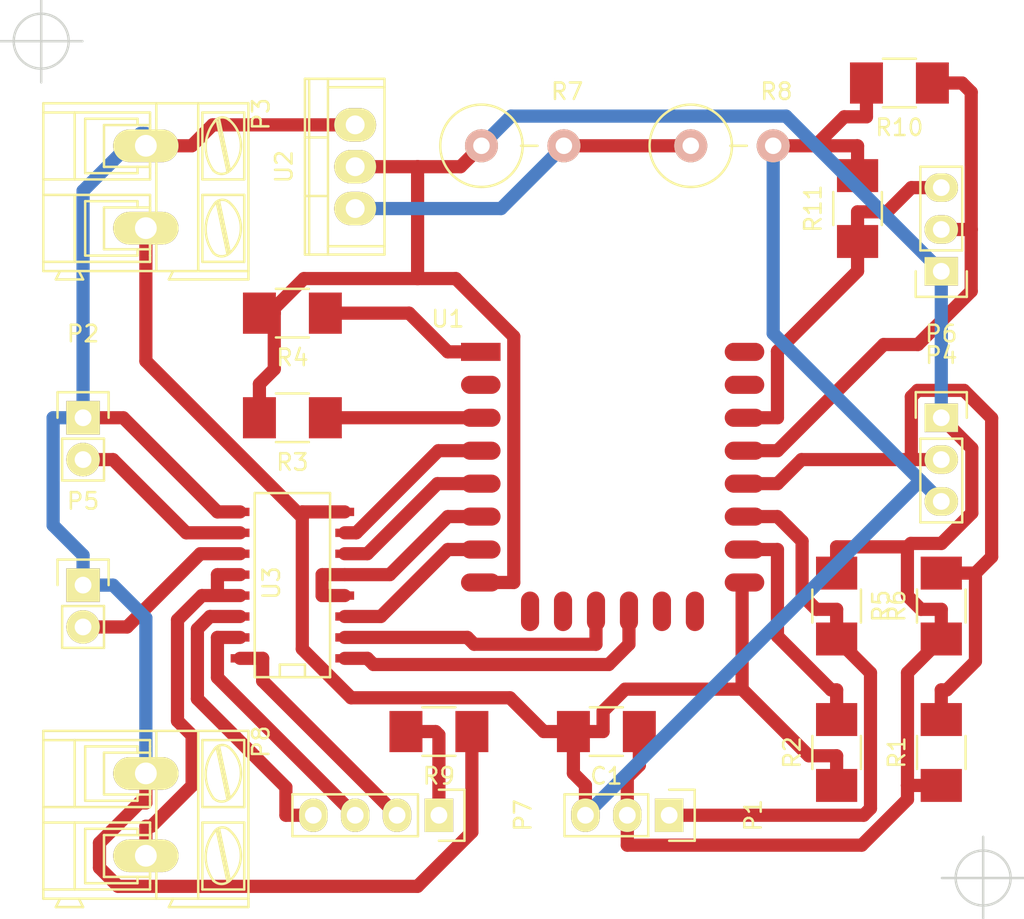
<source format=kicad_pcb>
(kicad_pcb (version 4) (host pcbnew 4.0.1-stable)

  (general
    (links 55)
    (no_connects 0)
    (area 18.868 21.63 81.24 77.43)
    (thickness 1.6)
    (drawings 2)
    (tracks 210)
    (zones 0)
    (modules 23)
    (nets 32)
  )

  (page A4)
  (layers
    (0 F.Cu signal)
    (31 B.Cu signal)
    (32 B.Adhes user)
    (33 F.Adhes user)
    (34 B.Paste user)
    (35 F.Paste user)
    (36 B.SilkS user)
    (37 F.SilkS user)
    (38 B.Mask user)
    (39 F.Mask user)
    (40 Dwgs.User user)
    (41 Cmts.User user)
    (42 Eco1.User user)
    (43 Eco2.User user)
    (44 Edge.Cuts user)
    (45 Margin user)
    (46 B.CrtYd user)
    (47 F.CrtYd user)
    (48 B.Fab user)
    (49 F.Fab user)
  )

  (setup
    (last_trace_width 0.8)
    (trace_clearance 0.4)
    (zone_clearance 0.508)
    (zone_45_only no)
    (trace_min 0.5)
    (segment_width 0.2)
    (edge_width 0.15)
    (via_size 2.5)
    (via_drill 0.8)
    (via_min_size 1.2)
    (via_min_drill 0.8)
    (uvia_size 0.3)
    (uvia_drill 0.1)
    (uvias_allowed no)
    (uvia_min_size 0.2)
    (uvia_min_drill 0.1)
    (pcb_text_width 0.3)
    (pcb_text_size 1.5 1.5)
    (mod_edge_width 0.15)
    (mod_text_size 1 1)
    (mod_text_width 0.15)
    (pad_size 1.524 1.524)
    (pad_drill 0.762)
    (pad_to_mask_clearance 0.2)
    (aux_axis_origin 0 0)
    (grid_origin 19.05 77.47)
    (visible_elements FFFFFF7F)
    (pcbplotparams
      (layerselection 0x00000_80000001)
      (usegerberextensions false)
      (excludeedgelayer false)
      (linewidth 0.200000)
      (plotframeref false)
      (viasonmask false)
      (mode 1)
      (useauxorigin false)
      (hpglpennumber 1)
      (hpglpenspeed 20)
      (hpglpendiameter 15)
      (hpglpenoverlay 2)
      (psnegative false)
      (psa4output false)
      (plotreference false)
      (plotvalue false)
      (plotinvisibletext false)
      (padsonsilk false)
      (subtractmaskfromsilk false)
      (outputformat 5)
      (mirror false)
      (drillshape 0)
      (scaleselection 1)
      (outputdirectory ""))
  )

  (net 0 "")
  (net 1 +3V3)
  (net 2 GND)
  (net 3 /RX)
  (net 4 /TX)
  (net 5 /RST)
  (net 6 /D15)
  (net 7 "Net-(R3-Pad1)")
  (net 8 /D0)
  (net 9 /D16)
  (net 10 "Net-(U1-Pad9)")
  (net 11 "Net-(U1-Pad10)")
  (net 12 /D9)
  (net 13 /D10)
  (net 14 "Net-(U1-Pad13)")
  (net 15 "Net-(U1-Pad14)")
  (net 16 /ADC)
  (net 17 /D14)
  (net 18 /D12)
  (net 19 /D13)
  (net 20 /D2)
  (net 21 +12V)
  (net 22 "Net-(P7-Pad1)")
  (net 23 "Net-(P7-Pad2)")
  (net 24 "Net-(P7-Pad3)")
  (net 25 "Net-(P7-Pad4)")
  (net 26 "Net-(P8-Pad2)")
  (net 27 "Net-(R7-Pad2)")
  (net 28 "Net-(P2-Pad2)")
  (net 29 "Net-(P5-Pad2)")
  (net 30 /BT1)
  (net 31 /BT2)

  (net_class Default "This is the default net class."
    (clearance 0.4)
    (trace_width 0.8)
    (via_dia 2.5)
    (via_drill 0.8)
    (uvia_dia 0.3)
    (uvia_drill 0.1)
    (add_net +12V)
    (add_net +3V3)
    (add_net /ADC)
    (add_net /BT1)
    (add_net /BT2)
    (add_net /D0)
    (add_net /D10)
    (add_net /D12)
    (add_net /D13)
    (add_net /D14)
    (add_net /D15)
    (add_net /D16)
    (add_net /D2)
    (add_net /D9)
    (add_net /RST)
    (add_net /RX)
    (add_net /TX)
    (add_net GND)
    (add_net "Net-(P2-Pad2)")
    (add_net "Net-(P5-Pad2)")
    (add_net "Net-(P7-Pad1)")
    (add_net "Net-(P7-Pad2)")
    (add_net "Net-(P7-Pad3)")
    (add_net "Net-(P7-Pad4)")
    (add_net "Net-(P8-Pad2)")
    (add_net "Net-(R3-Pad1)")
    (add_net "Net-(R7-Pad2)")
    (add_net "Net-(U1-Pad10)")
    (add_net "Net-(U1-Pad13)")
    (add_net "Net-(U1-Pad14)")
    (add_net "Net-(U1-Pad9)")
  )

  (module Capacitors_SMD:C_1210_HandSoldering (layer F.Cu) (tedit 541A9C39) (tstamp 57545C59)
    (at 55.88 66.04 180)
    (descr "Capacitor SMD 1210, hand soldering")
    (tags "capacitor 1210")
    (path /574FF4DD)
    (attr smd)
    (fp_text reference C1 (at 0 -2.7 180) (layer F.SilkS)
      (effects (font (size 1 1) (thickness 0.15)))
    )
    (fp_text value 0.1uF (at 0 2.7 180) (layer F.Fab)
      (effects (font (size 1 1) (thickness 0.15)))
    )
    (fp_line (start -3.3 -1.6) (end 3.3 -1.6) (layer F.CrtYd) (width 0.05))
    (fp_line (start -3.3 1.6) (end 3.3 1.6) (layer F.CrtYd) (width 0.05))
    (fp_line (start -3.3 -1.6) (end -3.3 1.6) (layer F.CrtYd) (width 0.05))
    (fp_line (start 3.3 -1.6) (end 3.3 1.6) (layer F.CrtYd) (width 0.05))
    (fp_line (start 1 -1.475) (end -1 -1.475) (layer F.SilkS) (width 0.15))
    (fp_line (start -1 1.475) (end 1 1.475) (layer F.SilkS) (width 0.15))
    (pad 1 smd rect (at -2 0 180) (size 2 2.5) (layers F.Cu F.Paste F.Mask)
      (net 1 +3V3))
    (pad 2 smd rect (at 2 0 180) (size 2 2.5) (layers F.Cu F.Paste F.Mask)
      (net 2 GND))
    (model Capacitors_SMD.3dshapes/C_1210_HandSoldering.wrl
      (at (xyz 0 0 0))
      (scale (xyz 1 1 1))
      (rotate (xyz 0 0 0))
    )
  )

  (module Resistors_SMD:R_1210_HandSoldering (layer F.Cu) (tedit 5418A32D) (tstamp 57545C68)
    (at 76.2 67.31 90)
    (descr "Resistor SMD 1210, hand soldering")
    (tags "resistor 1210")
    (path /57541E0C)
    (attr smd)
    (fp_text reference R1 (at 0 -2.7 90) (layer F.SilkS)
      (effects (font (size 1 1) (thickness 0.15)))
    )
    (fp_text value 10K (at 0 2.7 90) (layer F.Fab)
      (effects (font (size 1 1) (thickness 0.15)))
    )
    (fp_line (start -3.3 -1.6) (end 3.3 -1.6) (layer F.CrtYd) (width 0.05))
    (fp_line (start -3.3 1.6) (end 3.3 1.6) (layer F.CrtYd) (width 0.05))
    (fp_line (start -3.3 -1.6) (end -3.3 1.6) (layer F.CrtYd) (width 0.05))
    (fp_line (start 3.3 -1.6) (end 3.3 1.6) (layer F.CrtYd) (width 0.05))
    (fp_line (start 1 1.475) (end -1 1.475) (layer F.SilkS) (width 0.15))
    (fp_line (start -1 -1.475) (end 1 -1.475) (layer F.SilkS) (width 0.15))
    (pad 1 smd rect (at -2 0 90) (size 2 2.5) (layers F.Cu F.Paste F.Mask)
      (net 1 +3V3))
    (pad 2 smd rect (at 2 0 90) (size 2 2.5) (layers F.Cu F.Paste F.Mask)
      (net 8 /D0))
    (model Resistors_SMD.3dshapes/R_1210_HandSoldering.wrl
      (at (xyz 0 0 0))
      (scale (xyz 1 1 1))
      (rotate (xyz 0 0 0))
    )
  )

  (module Resistors_SMD:R_1210_HandSoldering (layer F.Cu) (tedit 5418A32D) (tstamp 57545C6E)
    (at 69.85 67.31 90)
    (descr "Resistor SMD 1210, hand soldering")
    (tags "resistor 1210")
    (path /574FED0D)
    (attr smd)
    (fp_text reference R2 (at 0 -2.7 90) (layer F.SilkS)
      (effects (font (size 1 1) (thickness 0.15)))
    )
    (fp_text value 10K (at 0 2.7 90) (layer F.Fab)
      (effects (font (size 1 1) (thickness 0.15)))
    )
    (fp_line (start -3.3 -1.6) (end 3.3 -1.6) (layer F.CrtYd) (width 0.05))
    (fp_line (start -3.3 1.6) (end 3.3 1.6) (layer F.CrtYd) (width 0.05))
    (fp_line (start -3.3 -1.6) (end -3.3 1.6) (layer F.CrtYd) (width 0.05))
    (fp_line (start 3.3 -1.6) (end 3.3 1.6) (layer F.CrtYd) (width 0.05))
    (fp_line (start 1 1.475) (end -1 1.475) (layer F.SilkS) (width 0.15))
    (fp_line (start -1 -1.475) (end 1 -1.475) (layer F.SilkS) (width 0.15))
    (pad 1 smd rect (at -2 0 90) (size 2 2.5) (layers F.Cu F.Paste F.Mask)
      (net 2 GND))
    (pad 2 smd rect (at 2 0 90) (size 2 2.5) (layers F.Cu F.Paste F.Mask)
      (net 6 /D15))
    (model Resistors_SMD.3dshapes/R_1210_HandSoldering.wrl
      (at (xyz 0 0 0))
      (scale (xyz 1 1 1))
      (rotate (xyz 0 0 0))
    )
  )

  (module Resistors_SMD:R_1210_HandSoldering (layer F.Cu) (tedit 5418A32D) (tstamp 57545C74)
    (at 36.83 46.99 180)
    (descr "Resistor SMD 1210, hand soldering")
    (tags "resistor 1210")
    (path /574FF0CF)
    (attr smd)
    (fp_text reference R3 (at 0 -2.7 180) (layer F.SilkS)
      (effects (font (size 1 1) (thickness 0.15)))
    )
    (fp_text value 10K (at 0 2.7 180) (layer F.Fab)
      (effects (font (size 1 1) (thickness 0.15)))
    )
    (fp_line (start -3.3 -1.6) (end 3.3 -1.6) (layer F.CrtYd) (width 0.05))
    (fp_line (start -3.3 1.6) (end 3.3 1.6) (layer F.CrtYd) (width 0.05))
    (fp_line (start -3.3 -1.6) (end -3.3 1.6) (layer F.CrtYd) (width 0.05))
    (fp_line (start 3.3 -1.6) (end 3.3 1.6) (layer F.CrtYd) (width 0.05))
    (fp_line (start 1 1.475) (end -1 1.475) (layer F.SilkS) (width 0.15))
    (fp_line (start -1 -1.475) (end 1 -1.475) (layer F.SilkS) (width 0.15))
    (pad 1 smd rect (at -2 0 180) (size 2 2.5) (layers F.Cu F.Paste F.Mask)
      (net 7 "Net-(R3-Pad1)"))
    (pad 2 smd rect (at 2 0 180) (size 2 2.5) (layers F.Cu F.Paste F.Mask)
      (net 1 +3V3))
    (model Resistors_SMD.3dshapes/R_1210_HandSoldering.wrl
      (at (xyz 0 0 0))
      (scale (xyz 1 1 1))
      (rotate (xyz 0 0 0))
    )
  )

  (module Resistors_SMD:R_1210_HandSoldering (layer F.Cu) (tedit 5418A32D) (tstamp 57545C7A)
    (at 36.83 40.64 180)
    (descr "Resistor SMD 1210, hand soldering")
    (tags "resistor 1210")
    (path /574FF0FB)
    (attr smd)
    (fp_text reference R4 (at 0 -2.7 180) (layer F.SilkS)
      (effects (font (size 1 1) (thickness 0.15)))
    )
    (fp_text value 10K (at 0 2.7 180) (layer F.Fab)
      (effects (font (size 1 1) (thickness 0.15)))
    )
    (fp_line (start -3.3 -1.6) (end 3.3 -1.6) (layer F.CrtYd) (width 0.05))
    (fp_line (start -3.3 1.6) (end 3.3 1.6) (layer F.CrtYd) (width 0.05))
    (fp_line (start -3.3 -1.6) (end -3.3 1.6) (layer F.CrtYd) (width 0.05))
    (fp_line (start 3.3 -1.6) (end 3.3 1.6) (layer F.CrtYd) (width 0.05))
    (fp_line (start 1 1.475) (end -1 1.475) (layer F.SilkS) (width 0.15))
    (fp_line (start -1 -1.475) (end 1 -1.475) (layer F.SilkS) (width 0.15))
    (pad 1 smd rect (at -2 0 180) (size 2 2.5) (layers F.Cu F.Paste F.Mask)
      (net 5 /RST))
    (pad 2 smd rect (at 2 0 180) (size 2 2.5) (layers F.Cu F.Paste F.Mask)
      (net 1 +3V3))
    (model Resistors_SMD.3dshapes/R_1210_HandSoldering.wrl
      (at (xyz 0 0 0))
      (scale (xyz 1 1 1))
      (rotate (xyz 0 0 0))
    )
  )

  (module Resistors_SMD:R_1210_HandSoldering (layer F.Cu) (tedit 5418A32D) (tstamp 57545C80)
    (at 69.85 58.42 270)
    (descr "Resistor SMD 1210, hand soldering")
    (tags "resistor 1210")
    (path /575481ED)
    (attr smd)
    (fp_text reference R5 (at 0 -2.7 270) (layer F.SilkS)
      (effects (font (size 1 1) (thickness 0.15)))
    )
    (fp_text value 10K (at 0 2.7 270) (layer F.Fab)
      (effects (font (size 1 1) (thickness 0.15)))
    )
    (fp_line (start -3.3 -1.6) (end 3.3 -1.6) (layer F.CrtYd) (width 0.05))
    (fp_line (start -3.3 1.6) (end 3.3 1.6) (layer F.CrtYd) (width 0.05))
    (fp_line (start -3.3 -1.6) (end -3.3 1.6) (layer F.CrtYd) (width 0.05))
    (fp_line (start 3.3 -1.6) (end 3.3 1.6) (layer F.CrtYd) (width 0.05))
    (fp_line (start 1 1.475) (end -1 1.475) (layer F.SilkS) (width 0.15))
    (fp_line (start -1 -1.475) (end 1 -1.475) (layer F.SilkS) (width 0.15))
    (pad 1 smd rect (at -2 0 270) (size 2 2.5) (layers F.Cu F.Paste F.Mask)
      (net 1 +3V3))
    (pad 2 smd rect (at 2 0 270) (size 2 2.5) (layers F.Cu F.Paste F.Mask)
      (net 20 /D2))
    (model Resistors_SMD.3dshapes/R_1210_HandSoldering.wrl
      (at (xyz 0 0 0))
      (scale (xyz 1 1 1))
      (rotate (xyz 0 0 0))
    )
  )

  (module Resistors_SMD:R_1210_HandSoldering (layer F.Cu) (tedit 5418A32D) (tstamp 57545C86)
    (at 76.2 58.42 90)
    (descr "Resistor SMD 1210, hand soldering")
    (tags "resistor 1210")
    (path /575538C7)
    (attr smd)
    (fp_text reference R6 (at 0 -2.7 90) (layer F.SilkS)
      (effects (font (size 1 1) (thickness 0.15)))
    )
    (fp_text value 4.7K (at 0 2.7 90) (layer F.Fab)
      (effects (font (size 1 1) (thickness 0.15)))
    )
    (fp_line (start -3.3 -1.6) (end 3.3 -1.6) (layer F.CrtYd) (width 0.05))
    (fp_line (start -3.3 1.6) (end 3.3 1.6) (layer F.CrtYd) (width 0.05))
    (fp_line (start -3.3 -1.6) (end -3.3 1.6) (layer F.CrtYd) (width 0.05))
    (fp_line (start 3.3 -1.6) (end 3.3 1.6) (layer F.CrtYd) (width 0.05))
    (fp_line (start 1 1.475) (end -1 1.475) (layer F.SilkS) (width 0.15))
    (fp_line (start -1 -1.475) (end 1 -1.475) (layer F.SilkS) (width 0.15))
    (pad 1 smd rect (at -2 0 90) (size 2 2.5) (layers F.Cu F.Paste F.Mask)
      (net 1 +3V3))
    (pad 2 smd rect (at 2 0 90) (size 2 2.5) (layers F.Cu F.Paste F.Mask)
      (net 8 /D0))
    (model Resistors_SMD.3dshapes/R_1210_HandSoldering.wrl
      (at (xyz 0 0 0))
      (scale (xyz 1 1 1))
      (rotate (xyz 0 0 0))
    )
  )

  (module ESP8266:ESP-12E (layer F.Cu) (tedit 559F8D21) (tstamp 57545CA0)
    (at 48.26 42.99)
    (descr "Module, ESP-8266, ESP-12, 16 pad, SMD")
    (tags "Module ESP-8266 ESP8266")
    (path /574FE884)
    (fp_text reference U1 (at -2 -2) (layer F.SilkS)
      (effects (font (size 1 1) (thickness 0.15)))
    )
    (fp_text value ESP-12E (at 8 1) (layer F.Fab)
      (effects (font (size 1 1) (thickness 0.15)))
    )
    (fp_line (start 16 -8.4) (end 0 -2.6) (layer F.CrtYd) (width 0.1524))
    (fp_line (start 0 -8.4) (end 16 -2.6) (layer F.CrtYd) (width 0.1524))
    (fp_text user "No Copper" (at 7.9 -5.4) (layer F.CrtYd)
      (effects (font (size 1 1) (thickness 0.15)))
    )
    (fp_line (start 0 -8.4) (end 0 -2.6) (layer F.CrtYd) (width 0.1524))
    (fp_line (start 0 -2.6) (end 16 -2.6) (layer F.CrtYd) (width 0.1524))
    (fp_line (start 16 -2.6) (end 16 -8.4) (layer F.CrtYd) (width 0.1524))
    (fp_line (start 16 -8.4) (end 0 -8.4) (layer F.CrtYd) (width 0.1524))
    (fp_line (start 16 -8.4) (end 16 15.6) (layer F.Fab) (width 0.1524))
    (fp_line (start 16 15.6) (end 0 15.6) (layer F.Fab) (width 0.1524))
    (fp_line (start 0 15.6) (end 0 -8.4) (layer F.Fab) (width 0.1524))
    (fp_line (start 0 -8.4) (end 16 -8.4) (layer F.Fab) (width 0.1524))
    (pad 9 smd oval (at 2.99 15.75 90) (size 2.4 1.1) (layers F.Cu F.Paste F.Mask)
      (net 10 "Net-(U1-Pad9)"))
    (pad 10 smd oval (at 4.99 15.75 90) (size 2.4 1.1) (layers F.Cu F.Paste F.Mask)
      (net 11 "Net-(U1-Pad10)"))
    (pad 11 smd oval (at 6.99 15.75 90) (size 2.4 1.1) (layers F.Cu F.Paste F.Mask)
      (net 12 /D9))
    (pad 12 smd oval (at 8.99 15.75 90) (size 2.4 1.1) (layers F.Cu F.Paste F.Mask)
      (net 13 /D10))
    (pad 13 smd oval (at 10.99 15.75 90) (size 2.4 1.1) (layers F.Cu F.Paste F.Mask)
      (net 14 "Net-(U1-Pad13)"))
    (pad 14 smd oval (at 12.99 15.75 90) (size 2.4 1.1) (layers F.Cu F.Paste F.Mask)
      (net 15 "Net-(U1-Pad14)"))
    (pad 1 smd rect (at 0 0) (size 2.4 1.1) (layers F.Cu F.Paste F.Mask)
      (net 5 /RST))
    (pad 2 smd oval (at 0 2) (size 2.4 1.1) (layers F.Cu F.Paste F.Mask)
      (net 16 /ADC))
    (pad 3 smd oval (at 0 4) (size 2.4 1.1) (layers F.Cu F.Paste F.Mask)
      (net 7 "Net-(R3-Pad1)"))
    (pad 4 smd oval (at 0 6) (size 2.4 1.1) (layers F.Cu F.Paste F.Mask)
      (net 9 /D16))
    (pad 5 smd oval (at 0 8) (size 2.4 1.1) (layers F.Cu F.Paste F.Mask)
      (net 17 /D14))
    (pad 6 smd oval (at 0 10) (size 2.4 1.1) (layers F.Cu F.Paste F.Mask)
      (net 18 /D12))
    (pad 7 smd oval (at 0 12) (size 2.4 1.1) (layers F.Cu F.Paste F.Mask)
      (net 19 /D13))
    (pad 8 smd oval (at 0 14) (size 2.4 1.1) (layers F.Cu F.Paste F.Mask)
      (net 1 +3V3))
    (pad 15 smd oval (at 16 14) (size 2.4 1.1) (layers F.Cu F.Paste F.Mask)
      (net 2 GND))
    (pad 16 smd oval (at 16 12) (size 2.4 1.1) (layers F.Cu F.Paste F.Mask)
      (net 6 /D15))
    (pad 17 smd oval (at 16 10) (size 2.4 1.1) (layers F.Cu F.Paste F.Mask)
      (net 20 /D2))
    (pad 18 smd oval (at 16 8) (size 2.4 1.1) (layers F.Cu F.Paste F.Mask)
      (net 8 /D0))
    (pad 19 smd oval (at 16 6) (size 2.4 1.1) (layers F.Cu F.Paste F.Mask)
      (net 30 /BT1))
    (pad 20 smd oval (at 16 4) (size 2.4 1.1) (layers F.Cu F.Paste F.Mask)
      (net 31 /BT2))
    (pad 21 smd oval (at 16 2) (size 2.4 1.1) (layers F.Cu F.Paste F.Mask)
      (net 4 /TX))
    (pad 22 smd oval (at 16 0) (size 2.4 1.1) (layers F.Cu F.Paste F.Mask)
      (net 3 /RX))
    (model ${ESPLIB}/ESP8266.3dshapes/ESP-12.wrl
      (at (xyz 0.04 0 0))
      (scale (xyz 0.3937 0.3937 0.3937))
      (rotate (xyz 0 0 0))
    )
  )

  (module Pin_Headers:Pin_Header_Straight_1x03 (layer F.Cu) (tedit 0) (tstamp 57553B79)
    (at 59.69 71.12 270)
    (descr "Through hole pin header")
    (tags "pin header")
    (path /57547CAD)
    (fp_text reference P1 (at 0 -5.1 270) (layer F.SilkS)
      (effects (font (size 1 1) (thickness 0.15)))
    )
    (fp_text value SERVO (at 0 -3.1 270) (layer F.Fab)
      (effects (font (size 1 1) (thickness 0.15)))
    )
    (fp_line (start -1.75 -1.75) (end -1.75 6.85) (layer F.CrtYd) (width 0.05))
    (fp_line (start 1.75 -1.75) (end 1.75 6.85) (layer F.CrtYd) (width 0.05))
    (fp_line (start -1.75 -1.75) (end 1.75 -1.75) (layer F.CrtYd) (width 0.05))
    (fp_line (start -1.75 6.85) (end 1.75 6.85) (layer F.CrtYd) (width 0.05))
    (fp_line (start -1.27 1.27) (end -1.27 6.35) (layer F.SilkS) (width 0.15))
    (fp_line (start -1.27 6.35) (end 1.27 6.35) (layer F.SilkS) (width 0.15))
    (fp_line (start 1.27 6.35) (end 1.27 1.27) (layer F.SilkS) (width 0.15))
    (fp_line (start 1.55 -1.55) (end 1.55 0) (layer F.SilkS) (width 0.15))
    (fp_line (start 1.27 1.27) (end -1.27 1.27) (layer F.SilkS) (width 0.15))
    (fp_line (start -1.55 0) (end -1.55 -1.55) (layer F.SilkS) (width 0.15))
    (fp_line (start -1.55 -1.55) (end 1.55 -1.55) (layer F.SilkS) (width 0.15))
    (pad 1 thru_hole rect (at 0 0 270) (size 2.032 1.7272) (drill 1.016) (layers *.Cu *.Mask F.SilkS)
      (net 20 /D2))
    (pad 2 thru_hole oval (at 0 2.54 270) (size 2.032 1.7272) (drill 1.016) (layers *.Cu *.Mask F.SilkS)
      (net 1 +3V3))
    (pad 3 thru_hole oval (at 0 5.08 270) (size 2.032 1.7272) (drill 1.016) (layers *.Cu *.Mask F.SilkS)
      (net 2 GND))
    (model Pin_Headers.3dshapes/Pin_Header_Straight_1x03.wrl
      (at (xyz 0 -0.1 0))
      (scale (xyz 1 1 1))
      (rotate (xyz 0 0 90))
    )
  )

  (module Pin_Headers:Pin_Header_Straight_1x02 (layer F.Cu) (tedit 54EA090C) (tstamp 57553B84)
    (at 24.13 46.99)
    (descr "Through hole pin header")
    (tags "pin header")
    (path /5754874B)
    (fp_text reference P2 (at 0 -5.1) (layer F.SilkS)
      (effects (font (size 1 1) (thickness 0.15)))
    )
    (fp_text value PUMP (at 0 -3.1) (layer F.Fab)
      (effects (font (size 1 1) (thickness 0.15)))
    )
    (fp_line (start 1.27 1.27) (end 1.27 3.81) (layer F.SilkS) (width 0.15))
    (fp_line (start 1.55 -1.55) (end 1.55 0) (layer F.SilkS) (width 0.15))
    (fp_line (start -1.75 -1.75) (end -1.75 4.3) (layer F.CrtYd) (width 0.05))
    (fp_line (start 1.75 -1.75) (end 1.75 4.3) (layer F.CrtYd) (width 0.05))
    (fp_line (start -1.75 -1.75) (end 1.75 -1.75) (layer F.CrtYd) (width 0.05))
    (fp_line (start -1.75 4.3) (end 1.75 4.3) (layer F.CrtYd) (width 0.05))
    (fp_line (start 1.27 1.27) (end -1.27 1.27) (layer F.SilkS) (width 0.15))
    (fp_line (start -1.55 0) (end -1.55 -1.55) (layer F.SilkS) (width 0.15))
    (fp_line (start -1.55 -1.55) (end 1.55 -1.55) (layer F.SilkS) (width 0.15))
    (fp_line (start -1.27 1.27) (end -1.27 3.81) (layer F.SilkS) (width 0.15))
    (fp_line (start -1.27 3.81) (end 1.27 3.81) (layer F.SilkS) (width 0.15))
    (pad 1 thru_hole rect (at 0 0) (size 2.032 2.032) (drill 1.016) (layers *.Cu *.Mask F.SilkS)
      (net 21 +12V))
    (pad 2 thru_hole oval (at 0 2.54) (size 2.032 2.032) (drill 1.016) (layers *.Cu *.Mask F.SilkS)
      (net 28 "Net-(P2-Pad2)"))
    (model Pin_Headers.3dshapes/Pin_Header_Straight_1x02.wrl
      (at (xyz 0 -0.05 0))
      (scale (xyz 1 1 1))
      (rotate (xyz 0 0 90))
    )
  )

  (module Pin_Headers:Pin_Header_Straight_1x03 (layer F.Cu) (tedit 0) (tstamp 57553B91)
    (at 76.2 38.1 180)
    (descr "Through hole pin header")
    (tags "pin header")
    (path /57547F49)
    (fp_text reference P4 (at 0 -5.1 180) (layer F.SilkS)
      (effects (font (size 1 1) (thickness 0.15)))
    )
    (fp_text value BUTTONS (at 0 -3.1 180) (layer F.Fab)
      (effects (font (size 1 1) (thickness 0.15)))
    )
    (fp_line (start -1.75 -1.75) (end -1.75 6.85) (layer F.CrtYd) (width 0.05))
    (fp_line (start 1.75 -1.75) (end 1.75 6.85) (layer F.CrtYd) (width 0.05))
    (fp_line (start -1.75 -1.75) (end 1.75 -1.75) (layer F.CrtYd) (width 0.05))
    (fp_line (start -1.75 6.85) (end 1.75 6.85) (layer F.CrtYd) (width 0.05))
    (fp_line (start -1.27 1.27) (end -1.27 6.35) (layer F.SilkS) (width 0.15))
    (fp_line (start -1.27 6.35) (end 1.27 6.35) (layer F.SilkS) (width 0.15))
    (fp_line (start 1.27 6.35) (end 1.27 1.27) (layer F.SilkS) (width 0.15))
    (fp_line (start 1.55 -1.55) (end 1.55 0) (layer F.SilkS) (width 0.15))
    (fp_line (start 1.27 1.27) (end -1.27 1.27) (layer F.SilkS) (width 0.15))
    (fp_line (start -1.55 0) (end -1.55 -1.55) (layer F.SilkS) (width 0.15))
    (fp_line (start -1.55 -1.55) (end 1.55 -1.55) (layer F.SilkS) (width 0.15))
    (pad 1 thru_hole rect (at 0 0 180) (size 2.032 1.7272) (drill 1.016) (layers *.Cu *.Mask F.SilkS)
      (net 1 +3V3))
    (pad 2 thru_hole oval (at 0 2.54 180) (size 2.032 1.7272) (drill 1.016) (layers *.Cu *.Mask F.SilkS)
      (net 30 /BT1))
    (pad 3 thru_hole oval (at 0 5.08 180) (size 2.032 1.7272) (drill 1.016) (layers *.Cu *.Mask F.SilkS)
      (net 31 /BT2))
    (model Pin_Headers.3dshapes/Pin_Header_Straight_1x03.wrl
      (at (xyz 0 -0.1 0))
      (scale (xyz 1 1 1))
      (rotate (xyz 0 0 90))
    )
  )

  (module Pin_Headers:Pin_Header_Straight_1x02 (layer F.Cu) (tedit 54EA090C) (tstamp 57553B97)
    (at 24.13 57.15)
    (descr "Through hole pin header")
    (tags "pin header")
    (path /5754927F)
    (fp_text reference P5 (at 0 -5.1) (layer F.SilkS)
      (effects (font (size 1 1) (thickness 0.15)))
    )
    (fp_text value FAN (at 0 -3.1) (layer F.Fab)
      (effects (font (size 1 1) (thickness 0.15)))
    )
    (fp_line (start 1.27 1.27) (end 1.27 3.81) (layer F.SilkS) (width 0.15))
    (fp_line (start 1.55 -1.55) (end 1.55 0) (layer F.SilkS) (width 0.15))
    (fp_line (start -1.75 -1.75) (end -1.75 4.3) (layer F.CrtYd) (width 0.05))
    (fp_line (start 1.75 -1.75) (end 1.75 4.3) (layer F.CrtYd) (width 0.05))
    (fp_line (start -1.75 -1.75) (end 1.75 -1.75) (layer F.CrtYd) (width 0.05))
    (fp_line (start -1.75 4.3) (end 1.75 4.3) (layer F.CrtYd) (width 0.05))
    (fp_line (start 1.27 1.27) (end -1.27 1.27) (layer F.SilkS) (width 0.15))
    (fp_line (start -1.55 0) (end -1.55 -1.55) (layer F.SilkS) (width 0.15))
    (fp_line (start -1.55 -1.55) (end 1.55 -1.55) (layer F.SilkS) (width 0.15))
    (fp_line (start -1.27 1.27) (end -1.27 3.81) (layer F.SilkS) (width 0.15))
    (fp_line (start -1.27 3.81) (end 1.27 3.81) (layer F.SilkS) (width 0.15))
    (pad 1 thru_hole rect (at 0 0) (size 2.032 2.032) (drill 1.016) (layers *.Cu *.Mask F.SilkS)
      (net 21 +12V))
    (pad 2 thru_hole oval (at 0 2.54) (size 2.032 2.032) (drill 1.016) (layers *.Cu *.Mask F.SilkS)
      (net 29 "Net-(P5-Pad2)"))
    (model Pin_Headers.3dshapes/Pin_Header_Straight_1x02.wrl
      (at (xyz 0 -0.05 0))
      (scale (xyz 1 1 1))
      (rotate (xyz 0 0 90))
    )
  )

  (module Pin_Headers:Pin_Header_Straight_1x03 (layer F.Cu) (tedit 0) (tstamp 57553B9E)
    (at 76.2 46.99)
    (descr "Through hole pin header")
    (tags "pin header")
    (path /57548606)
    (fp_text reference P6 (at 0 -5.1) (layer F.SilkS)
      (effects (font (size 1 1) (thickness 0.15)))
    )
    (fp_text value DS (at 0 -3.1) (layer F.Fab)
      (effects (font (size 1 1) (thickness 0.15)))
    )
    (fp_line (start -1.75 -1.75) (end -1.75 6.85) (layer F.CrtYd) (width 0.05))
    (fp_line (start 1.75 -1.75) (end 1.75 6.85) (layer F.CrtYd) (width 0.05))
    (fp_line (start -1.75 -1.75) (end 1.75 -1.75) (layer F.CrtYd) (width 0.05))
    (fp_line (start -1.75 6.85) (end 1.75 6.85) (layer F.CrtYd) (width 0.05))
    (fp_line (start -1.27 1.27) (end -1.27 6.35) (layer F.SilkS) (width 0.15))
    (fp_line (start -1.27 6.35) (end 1.27 6.35) (layer F.SilkS) (width 0.15))
    (fp_line (start 1.27 6.35) (end 1.27 1.27) (layer F.SilkS) (width 0.15))
    (fp_line (start 1.55 -1.55) (end 1.55 0) (layer F.SilkS) (width 0.15))
    (fp_line (start 1.27 1.27) (end -1.27 1.27) (layer F.SilkS) (width 0.15))
    (fp_line (start -1.55 0) (end -1.55 -1.55) (layer F.SilkS) (width 0.15))
    (fp_line (start -1.55 -1.55) (end 1.55 -1.55) (layer F.SilkS) (width 0.15))
    (pad 1 thru_hole rect (at 0 0) (size 2.032 1.7272) (drill 1.016) (layers *.Cu *.Mask F.SilkS)
      (net 1 +3V3))
    (pad 2 thru_hole oval (at 0 2.54) (size 2.032 1.7272) (drill 1.016) (layers *.Cu *.Mask F.SilkS)
      (net 8 /D0))
    (pad 3 thru_hole oval (at 0 5.08) (size 2.032 1.7272) (drill 1.016) (layers *.Cu *.Mask F.SilkS)
      (net 2 GND))
    (model Pin_Headers.3dshapes/Pin_Header_Straight_1x03.wrl
      (at (xyz 0 -0.1 0))
      (scale (xyz 1 1 1))
      (rotate (xyz 0 0 90))
    )
  )

  (module Pin_Headers:Pin_Header_Straight_1x04 (layer F.Cu) (tedit 0) (tstamp 57553BA6)
    (at 45.72 71.12 270)
    (descr "Through hole pin header")
    (tags "pin header")
    (path /575495CE)
    (fp_text reference P7 (at 0 -5.1 270) (layer F.SilkS)
      (effects (font (size 1 1) (thickness 0.15)))
    )
    (fp_text value SUB_LEDS (at 0 -3.1 270) (layer F.Fab)
      (effects (font (size 1 1) (thickness 0.15)))
    )
    (fp_line (start -1.75 -1.75) (end -1.75 9.4) (layer F.CrtYd) (width 0.05))
    (fp_line (start 1.75 -1.75) (end 1.75 9.4) (layer F.CrtYd) (width 0.05))
    (fp_line (start -1.75 -1.75) (end 1.75 -1.75) (layer F.CrtYd) (width 0.05))
    (fp_line (start -1.75 9.4) (end 1.75 9.4) (layer F.CrtYd) (width 0.05))
    (fp_line (start -1.27 1.27) (end -1.27 8.89) (layer F.SilkS) (width 0.15))
    (fp_line (start 1.27 1.27) (end 1.27 8.89) (layer F.SilkS) (width 0.15))
    (fp_line (start 1.55 -1.55) (end 1.55 0) (layer F.SilkS) (width 0.15))
    (fp_line (start -1.27 8.89) (end 1.27 8.89) (layer F.SilkS) (width 0.15))
    (fp_line (start 1.27 1.27) (end -1.27 1.27) (layer F.SilkS) (width 0.15))
    (fp_line (start -1.55 0) (end -1.55 -1.55) (layer F.SilkS) (width 0.15))
    (fp_line (start -1.55 -1.55) (end 1.55 -1.55) (layer F.SilkS) (width 0.15))
    (pad 1 thru_hole rect (at 0 0 270) (size 2.032 1.7272) (drill 1.016) (layers *.Cu *.Mask F.SilkS)
      (net 22 "Net-(P7-Pad1)"))
    (pad 2 thru_hole oval (at 0 2.54 270) (size 2.032 1.7272) (drill 1.016) (layers *.Cu *.Mask F.SilkS)
      (net 23 "Net-(P7-Pad2)"))
    (pad 3 thru_hole oval (at 0 5.08 270) (size 2.032 1.7272) (drill 1.016) (layers *.Cu *.Mask F.SilkS)
      (net 24 "Net-(P7-Pad3)"))
    (pad 4 thru_hole oval (at 0 7.62 270) (size 2.032 1.7272) (drill 1.016) (layers *.Cu *.Mask F.SilkS)
      (net 25 "Net-(P7-Pad4)"))
    (model Pin_Headers.3dshapes/Pin_Header_Straight_1x04.wrl
      (at (xyz 0 -0.15 0))
      (scale (xyz 1 1 1))
      (rotate (xyz 0 0 90))
    )
  )

  (module Resistors_ThroughHole:Resistor_Vertical_RM5mm (layer F.Cu) (tedit 0) (tstamp 57553BC7)
    (at 50.8 30.48)
    (descr "Resistor, Vertical, RM 5mm, 1/3W,")
    (tags "Resistor, Vertical, RM 5mm, 1/3W,")
    (path /5754773A)
    (fp_text reference R7 (at 2.70002 -3.29946) (layer F.SilkS)
      (effects (font (size 1 1) (thickness 0.15)))
    )
    (fp_text value 330 (at 0 4.50088) (layer F.Fab)
      (effects (font (size 1 1) (thickness 0.15)))
    )
    (fp_line (start -0.09906 0) (end 0.9017 0) (layer F.SilkS) (width 0.15))
    (fp_circle (center -2.49936 0) (end 0 0) (layer F.SilkS) (width 0.15))
    (pad 1 thru_hole circle (at -2.49936 0) (size 1.99898 1.99898) (drill 1.00076) (layers *.Cu *.SilkS *.Mask)
      (net 1 +3V3))
    (pad 2 thru_hole circle (at 2.5019 0) (size 1.99898 1.99898) (drill 1.00076) (layers *.Cu *.SilkS *.Mask)
      (net 27 "Net-(R7-Pad2)"))
  )

  (module Resistors_ThroughHole:Resistor_Vertical_RM5mm (layer F.Cu) (tedit 0) (tstamp 57553BCD)
    (at 63.5 30.48)
    (descr "Resistor, Vertical, RM 5mm, 1/3W,")
    (tags "Resistor, Vertical, RM 5mm, 1/3W,")
    (path /5754781C)
    (fp_text reference R8 (at 2.70002 -3.29946) (layer F.SilkS)
      (effects (font (size 1 1) (thickness 0.15)))
    )
    (fp_text value 560 (at 0 4.50088) (layer F.Fab)
      (effects (font (size 1 1) (thickness 0.15)))
    )
    (fp_line (start -0.09906 0) (end 0.9017 0) (layer F.SilkS) (width 0.15))
    (fp_circle (center -2.49936 0) (end 0 0) (layer F.SilkS) (width 0.15))
    (pad 1 thru_hole circle (at -2.49936 0) (size 1.99898 1.99898) (drill 1.00076) (layers *.Cu *.SilkS *.Mask)
      (net 27 "Net-(R7-Pad2)"))
    (pad 2 thru_hole circle (at 2.5019 0) (size 1.99898 1.99898) (drill 1.00076) (layers *.Cu *.SilkS *.Mask)
      (net 2 GND))
  )

  (module Resistors_SMD:R_1210_HandSoldering (layer F.Cu) (tedit 5418A32D) (tstamp 57553BD3)
    (at 45.72 66.04 180)
    (descr "Resistor SMD 1210, hand soldering")
    (tags "resistor 1210")
    (path /57553E7F)
    (attr smd)
    (fp_text reference R9 (at 0 -2.7 180) (layer F.SilkS)
      (effects (font (size 1 1) (thickness 0.15)))
    )
    (fp_text value 470 (at 0 2.7 180) (layer F.Fab)
      (effects (font (size 1 1) (thickness 0.15)))
    )
    (fp_line (start -3.3 -1.6) (end 3.3 -1.6) (layer F.CrtYd) (width 0.05))
    (fp_line (start -3.3 1.6) (end 3.3 1.6) (layer F.CrtYd) (width 0.05))
    (fp_line (start -3.3 -1.6) (end -3.3 1.6) (layer F.CrtYd) (width 0.05))
    (fp_line (start 3.3 -1.6) (end 3.3 1.6) (layer F.CrtYd) (width 0.05))
    (fp_line (start 1 1.475) (end -1 1.475) (layer F.SilkS) (width 0.15))
    (fp_line (start -1 -1.475) (end 1 -1.475) (layer F.SilkS) (width 0.15))
    (pad 1 smd rect (at -2 0 180) (size 2 2.5) (layers F.Cu F.Paste F.Mask)
      (net 21 +12V))
    (pad 2 smd rect (at 2 0 180) (size 2 2.5) (layers F.Cu F.Paste F.Mask)
      (net 22 "Net-(P7-Pad1)"))
    (model Resistors_SMD.3dshapes/R_1210_HandSoldering.wrl
      (at (xyz 0 0 0))
      (scale (xyz 1 1 1))
      (rotate (xyz 0 0 0))
    )
  )

  (module Power_Integrations:TO-220 (layer F.Cu) (tedit 0) (tstamp 57553BDA)
    (at 40.64 31.75 90)
    (descr "Non Isolated JEDEC TO-220 Package")
    (tags "Power Integration YN Package")
    (path /57547645)
    (fp_text reference U2 (at 0 -4.318 90) (layer F.SilkS)
      (effects (font (size 1 1) (thickness 0.15)))
    )
    (fp_text value LM317T (at 0 -4.318 90) (layer F.Fab)
      (effects (font (size 1 1) (thickness 0.15)))
    )
    (fp_line (start 4.826 -1.651) (end 4.826 1.778) (layer F.SilkS) (width 0.15))
    (fp_line (start -4.826 -1.651) (end -4.826 1.778) (layer F.SilkS) (width 0.15))
    (fp_line (start 5.334 -2.794) (end -5.334 -2.794) (layer F.SilkS) (width 0.15))
    (fp_line (start 1.778 -1.778) (end 1.778 -3.048) (layer F.SilkS) (width 0.15))
    (fp_line (start -1.778 -1.778) (end -1.778 -3.048) (layer F.SilkS) (width 0.15))
    (fp_line (start -5.334 -1.651) (end 5.334 -1.651) (layer F.SilkS) (width 0.15))
    (fp_line (start 5.334 1.778) (end -5.334 1.778) (layer F.SilkS) (width 0.15))
    (fp_line (start -5.334 -3.048) (end -5.334 1.778) (layer F.SilkS) (width 0.15))
    (fp_line (start 5.334 -3.048) (end 5.334 1.778) (layer F.SilkS) (width 0.15))
    (fp_line (start 5.334 -3.048) (end -5.334 -3.048) (layer F.SilkS) (width 0.15))
    (pad 2 thru_hole oval (at 0 0 90) (size 2.032 2.54) (drill 1.143) (layers *.Cu *.Mask F.SilkS)
      (net 1 +3V3))
    (pad 3 thru_hole oval (at 2.54 0 90) (size 2.032 2.54) (drill 1.143) (layers *.Cu *.Mask F.SilkS)
      (net 21 +12V))
    (pad 1 thru_hole oval (at -2.54 0 90) (size 2.032 2.54) (drill 1.143) (layers *.Cu *.Mask F.SilkS)
      (net 27 "Net-(R7-Pad2)"))
  )

  (module SMD_Packages:SO-16-N (layer F.Cu) (tedit 0) (tstamp 57553BEE)
    (at 36.83 57.15 90)
    (descr "Module CMS SOJ 16 pins large")
    (tags "CMS SOJ")
    (path /575531A5)
    (attr smd)
    (fp_text reference U3 (at 0.127 -1.27 90) (layer F.SilkS)
      (effects (font (size 1 1) (thickness 0.15)))
    )
    (fp_text value ULN2003 (at 0 1.27 90) (layer F.Fab)
      (effects (font (size 1 1) (thickness 0.15)))
    )
    (fp_line (start -5.588 -0.762) (end -4.826 -0.762) (layer F.SilkS) (width 0.15))
    (fp_line (start -4.826 -0.762) (end -4.826 0.762) (layer F.SilkS) (width 0.15))
    (fp_line (start -4.826 0.762) (end -5.588 0.762) (layer F.SilkS) (width 0.15))
    (fp_line (start 5.588 -2.286) (end 5.588 2.286) (layer F.SilkS) (width 0.15))
    (fp_line (start 5.588 2.286) (end -5.588 2.286) (layer F.SilkS) (width 0.15))
    (fp_line (start -5.588 2.286) (end -5.588 -2.286) (layer F.SilkS) (width 0.15))
    (fp_line (start -5.588 -2.286) (end 5.588 -2.286) (layer F.SilkS) (width 0.15))
    (pad 16 smd rect (at -4.445 -3.175 90) (size 0.508 1.143) (layers F.Cu F.Paste F.Mask)
      (net 23 "Net-(P7-Pad2)"))
    (pad 14 smd rect (at -1.905 -3.175 90) (size 0.508 1.143) (layers F.Cu F.Paste F.Mask)
      (net 25 "Net-(P7-Pad4)"))
    (pad 13 smd rect (at -0.635 -3.175 90) (size 0.508 1.143) (layers F.Cu F.Paste F.Mask)
      (net 26 "Net-(P8-Pad2)"))
    (pad 12 smd rect (at 0.635 -3.175 90) (size 0.508 1.143) (layers F.Cu F.Paste F.Mask)
      (net 26 "Net-(P8-Pad2)"))
    (pad 11 smd rect (at 1.905 -3.175 90) (size 0.508 1.143) (layers F.Cu F.Paste F.Mask)
      (net 29 "Net-(P5-Pad2)"))
    (pad 10 smd rect (at 3.175 -3.175 90) (size 0.508 1.143) (layers F.Cu F.Paste F.Mask)
      (net 28 "Net-(P2-Pad2)"))
    (pad 9 smd rect (at 4.445 -3.175 90) (size 0.508 1.143) (layers F.Cu F.Paste F.Mask)
      (net 21 +12V))
    (pad 8 smd rect (at 4.445 3.175 90) (size 0.508 1.143) (layers F.Cu F.Paste F.Mask)
      (net 2 GND))
    (pad 7 smd rect (at 3.175 3.175 90) (size 0.508 1.143) (layers F.Cu F.Paste F.Mask)
      (net 9 /D16))
    (pad 6 smd rect (at 1.905 3.175 90) (size 0.508 1.143) (layers F.Cu F.Paste F.Mask)
      (net 17 /D14))
    (pad 5 smd rect (at 0.635 3.175 90) (size 0.508 1.143) (layers F.Cu F.Paste F.Mask)
      (net 18 /D12))
    (pad 4 smd rect (at -0.635 3.175 90) (size 0.508 1.143) (layers F.Cu F.Paste F.Mask)
      (net 18 /D12))
    (pad 3 smd rect (at -1.905 3.175 90) (size 0.508 1.143) (layers F.Cu F.Paste F.Mask)
      (net 19 /D13))
    (pad 2 smd rect (at -3.175 3.175 90) (size 0.508 1.143) (layers F.Cu F.Paste F.Mask)
      (net 12 /D9))
    (pad 1 smd rect (at -4.445 3.175 90) (size 0.508 1.143) (layers F.Cu F.Paste F.Mask)
      (net 13 /D10))
    (pad 15 smd rect (at -3.175 -3.175 90) (size 0.508 1.143) (layers F.Cu F.Paste F.Mask)
      (net 24 "Net-(P7-Pad3)"))
    (model SMD_Packages.3dshapes/SO-16-N.wrl
      (at (xyz 0 0 0))
      (scale (xyz 0.5 0.4 0.5))
      (rotate (xyz 0 0 0))
    )
  )

  (module Connect:AK300-2 (layer F.Cu) (tedit 54792136) (tstamp 57553DD7)
    (at 27.94 30.48 270)
    (descr CONNECTOR)
    (tags CONNECTOR)
    (path /57547DE4)
    (attr virtual)
    (fp_text reference P3 (at -1.92 -6.985 270) (layer F.SilkS)
      (effects (font (size 1 1) (thickness 0.15)))
    )
    (fp_text value POWER (at 2.779 7.747 270) (layer F.Fab)
      (effects (font (size 1 1) (thickness 0.15)))
    )
    (fp_line (start 8.363 -6.473) (end -2.83 -6.473) (layer F.CrtYd) (width 0.05))
    (fp_line (start 8.363 6.473) (end 8.363 -6.473) (layer F.CrtYd) (width 0.05))
    (fp_line (start -2.83 6.473) (end 8.363 6.473) (layer F.CrtYd) (width 0.05))
    (fp_line (start -2.83 -6.473) (end -2.83 6.473) (layer F.CrtYd) (width 0.05))
    (fp_line (start -1.2596 2.54) (end 1.2804 2.54) (layer F.SilkS) (width 0.15))
    (fp_line (start 1.2804 2.54) (end 1.2804 -0.254) (layer F.SilkS) (width 0.15))
    (fp_line (start -1.2596 -0.254) (end 1.2804 -0.254) (layer F.SilkS) (width 0.15))
    (fp_line (start -1.2596 2.54) (end -1.2596 -0.254) (layer F.SilkS) (width 0.15))
    (fp_line (start 3.7442 2.54) (end 6.2842 2.54) (layer F.SilkS) (width 0.15))
    (fp_line (start 6.2842 2.54) (end 6.2842 -0.254) (layer F.SilkS) (width 0.15))
    (fp_line (start 3.7442 -0.254) (end 6.2842 -0.254) (layer F.SilkS) (width 0.15))
    (fp_line (start 3.7442 2.54) (end 3.7442 -0.254) (layer F.SilkS) (width 0.15))
    (fp_line (start 7.605 -6.223) (end 7.605 -3.175) (layer F.SilkS) (width 0.15))
    (fp_line (start 7.605 -6.223) (end -2.58 -6.223) (layer F.SilkS) (width 0.15))
    (fp_line (start 7.605 -6.223) (end 8.113 -6.223) (layer F.SilkS) (width 0.15))
    (fp_line (start 8.113 -6.223) (end 8.113 -1.397) (layer F.SilkS) (width 0.15))
    (fp_line (start 8.113 -1.397) (end 7.605 -1.651) (layer F.SilkS) (width 0.15))
    (fp_line (start 8.113 5.461) (end 7.605 5.207) (layer F.SilkS) (width 0.15))
    (fp_line (start 7.605 5.207) (end 7.605 6.223) (layer F.SilkS) (width 0.15))
    (fp_line (start 8.113 3.81) (end 7.605 4.064) (layer F.SilkS) (width 0.15))
    (fp_line (start 7.605 4.064) (end 7.605 5.207) (layer F.SilkS) (width 0.15))
    (fp_line (start 8.113 3.81) (end 8.113 5.461) (layer F.SilkS) (width 0.15))
    (fp_line (start 2.9822 6.223) (end 2.9822 4.318) (layer F.SilkS) (width 0.15))
    (fp_line (start 7.0462 -0.254) (end 7.0462 4.318) (layer F.SilkS) (width 0.15))
    (fp_line (start 2.9822 6.223) (end 7.0462 6.223) (layer F.SilkS) (width 0.15))
    (fp_line (start 7.0462 6.223) (end 7.605 6.223) (layer F.SilkS) (width 0.15))
    (fp_line (start 2.0424 6.223) (end 2.0424 4.318) (layer F.SilkS) (width 0.15))
    (fp_line (start 2.0424 6.223) (end 2.9822 6.223) (layer F.SilkS) (width 0.15))
    (fp_line (start -2.0216 -0.254) (end -2.0216 4.318) (layer F.SilkS) (width 0.15))
    (fp_line (start -2.58 6.223) (end -2.0216 6.223) (layer F.SilkS) (width 0.15))
    (fp_line (start -2.0216 6.223) (end 2.0424 6.223) (layer F.SilkS) (width 0.15))
    (fp_line (start 2.9822 4.318) (end 7.0462 4.318) (layer F.SilkS) (width 0.15))
    (fp_line (start 2.9822 4.318) (end 2.9822 -0.254) (layer F.SilkS) (width 0.15))
    (fp_line (start 7.0462 4.318) (end 7.0462 6.223) (layer F.SilkS) (width 0.15))
    (fp_line (start 2.0424 4.318) (end -2.0216 4.318) (layer F.SilkS) (width 0.15))
    (fp_line (start 2.0424 4.318) (end 2.0424 -0.254) (layer F.SilkS) (width 0.15))
    (fp_line (start -2.0216 4.318) (end -2.0216 6.223) (layer F.SilkS) (width 0.15))
    (fp_line (start 6.6652 3.683) (end 6.6652 0.508) (layer F.SilkS) (width 0.15))
    (fp_line (start 6.6652 3.683) (end 3.3632 3.683) (layer F.SilkS) (width 0.15))
    (fp_line (start 3.3632 3.683) (end 3.3632 0.508) (layer F.SilkS) (width 0.15))
    (fp_line (start 1.6614 3.683) (end 1.6614 0.508) (layer F.SilkS) (width 0.15))
    (fp_line (start 1.6614 3.683) (end -1.6406 3.683) (layer F.SilkS) (width 0.15))
    (fp_line (start -1.6406 3.683) (end -1.6406 0.508) (layer F.SilkS) (width 0.15))
    (fp_line (start -1.6406 0.508) (end -1.2596 0.508) (layer F.SilkS) (width 0.15))
    (fp_line (start 1.6614 0.508) (end 1.2804 0.508) (layer F.SilkS) (width 0.15))
    (fp_line (start 3.3632 0.508) (end 3.7442 0.508) (layer F.SilkS) (width 0.15))
    (fp_line (start 6.6652 0.508) (end 6.2842 0.508) (layer F.SilkS) (width 0.15))
    (fp_line (start -2.58 6.223) (end -2.58 -0.635) (layer F.SilkS) (width 0.15))
    (fp_line (start -2.58 -0.635) (end -2.58 -3.175) (layer F.SilkS) (width 0.15))
    (fp_line (start 7.605 -1.651) (end 7.605 -0.635) (layer F.SilkS) (width 0.15))
    (fp_line (start 7.605 -0.635) (end 7.605 4.064) (layer F.SilkS) (width 0.15))
    (fp_line (start -2.58 -3.175) (end 7.605 -3.175) (layer F.SilkS) (width 0.15))
    (fp_line (start -2.58 -3.175) (end -2.58 -6.223) (layer F.SilkS) (width 0.15))
    (fp_line (start 7.605 -3.175) (end 7.605 -1.651) (layer F.SilkS) (width 0.15))
    (fp_line (start 2.9822 -3.429) (end 2.9822 -5.969) (layer F.SilkS) (width 0.15))
    (fp_line (start 2.9822 -5.969) (end 7.0462 -5.969) (layer F.SilkS) (width 0.15))
    (fp_line (start 7.0462 -5.969) (end 7.0462 -3.429) (layer F.SilkS) (width 0.15))
    (fp_line (start 7.0462 -3.429) (end 2.9822 -3.429) (layer F.SilkS) (width 0.15))
    (fp_line (start 2.0424 -3.429) (end 2.0424 -5.969) (layer F.SilkS) (width 0.15))
    (fp_line (start 2.0424 -3.429) (end -2.0216 -3.429) (layer F.SilkS) (width 0.15))
    (fp_line (start -2.0216 -3.429) (end -2.0216 -5.969) (layer F.SilkS) (width 0.15))
    (fp_line (start 2.0424 -5.969) (end -2.0216 -5.969) (layer F.SilkS) (width 0.15))
    (fp_line (start 3.3886 -4.445) (end 6.4366 -5.08) (layer F.SilkS) (width 0.15))
    (fp_line (start 3.5156 -4.318) (end 6.5636 -4.953) (layer F.SilkS) (width 0.15))
    (fp_line (start -1.6152 -4.445) (end 1.43534 -5.08) (layer F.SilkS) (width 0.15))
    (fp_line (start -1.4882 -4.318) (end 1.5598 -4.953) (layer F.SilkS) (width 0.15))
    (fp_line (start -2.0216 -0.254) (end -1.6406 -0.254) (layer F.SilkS) (width 0.15))
    (fp_line (start 2.0424 -0.254) (end 1.6614 -0.254) (layer F.SilkS) (width 0.15))
    (fp_line (start 1.6614 -0.254) (end -1.6406 -0.254) (layer F.SilkS) (width 0.15))
    (fp_line (start -2.58 -0.635) (end -1.6406 -0.635) (layer F.SilkS) (width 0.15))
    (fp_line (start -1.6406 -0.635) (end 1.6614 -0.635) (layer F.SilkS) (width 0.15))
    (fp_line (start 1.6614 -0.635) (end 3.3632 -0.635) (layer F.SilkS) (width 0.15))
    (fp_line (start 7.605 -0.635) (end 6.6652 -0.635) (layer F.SilkS) (width 0.15))
    (fp_line (start 6.6652 -0.635) (end 3.3632 -0.635) (layer F.SilkS) (width 0.15))
    (fp_line (start 7.0462 -0.254) (end 6.6652 -0.254) (layer F.SilkS) (width 0.15))
    (fp_line (start 2.9822 -0.254) (end 3.3632 -0.254) (layer F.SilkS) (width 0.15))
    (fp_line (start 3.3632 -0.254) (end 6.6652 -0.254) (layer F.SilkS) (width 0.15))
    (fp_arc (start 6.0302 -4.59486) (end 6.53566 -5.05206) (angle 90.5) (layer F.SilkS) (width 0.15))
    (fp_arc (start 5.065 -6.0706) (end 6.52804 -4.11734) (angle 75.5) (layer F.SilkS) (width 0.15))
    (fp_arc (start 4.98626 -3.7084) (end 3.3886 -5.0038) (angle 100) (layer F.SilkS) (width 0.15))
    (fp_arc (start 3.8712 -4.64566) (end 3.58164 -4.1275) (angle 104.2) (layer F.SilkS) (width 0.15))
    (fp_arc (start 1.0264 -4.59486) (end 1.5344 -5.05206) (angle 90.5) (layer F.SilkS) (width 0.15))
    (fp_arc (start 0.06374 -6.0706) (end 1.52678 -4.11734) (angle 75.5) (layer F.SilkS) (width 0.15))
    (fp_arc (start -0.01246 -3.7084) (end -1.6152 -5.0038) (angle 100) (layer F.SilkS) (width 0.15))
    (fp_arc (start -1.1326 -4.64566) (end -1.41962 -4.1275) (angle 104.2) (layer F.SilkS) (width 0.15))
    (pad 1 thru_hole oval (at 0 0 270) (size 1.9812 3.9624) (drill 1.3208) (layers *.Cu F.Paste F.SilkS F.Mask)
      (net 21 +12V))
    (pad 2 thru_hole oval (at 5 0 270) (size 1.9812 3.9624) (drill 1.3208) (layers *.Cu F.Paste F.SilkS F.Mask)
      (net 2 GND))
  )

  (module Connect:AK300-2 (layer F.Cu) (tedit 54792136) (tstamp 57553DDC)
    (at 27.94 68.58 270)
    (descr CONNECTOR)
    (tags CONNECTOR)
    (path /57555ACE)
    (attr virtual)
    (fp_text reference P8 (at -1.92 -6.985 270) (layer F.SilkS)
      (effects (font (size 1 1) (thickness 0.15)))
    )
    (fp_text value LED_STRIP (at 2.779 7.747 270) (layer F.Fab)
      (effects (font (size 1 1) (thickness 0.15)))
    )
    (fp_line (start 8.363 -6.473) (end -2.83 -6.473) (layer F.CrtYd) (width 0.05))
    (fp_line (start 8.363 6.473) (end 8.363 -6.473) (layer F.CrtYd) (width 0.05))
    (fp_line (start -2.83 6.473) (end 8.363 6.473) (layer F.CrtYd) (width 0.05))
    (fp_line (start -2.83 -6.473) (end -2.83 6.473) (layer F.CrtYd) (width 0.05))
    (fp_line (start -1.2596 2.54) (end 1.2804 2.54) (layer F.SilkS) (width 0.15))
    (fp_line (start 1.2804 2.54) (end 1.2804 -0.254) (layer F.SilkS) (width 0.15))
    (fp_line (start -1.2596 -0.254) (end 1.2804 -0.254) (layer F.SilkS) (width 0.15))
    (fp_line (start -1.2596 2.54) (end -1.2596 -0.254) (layer F.SilkS) (width 0.15))
    (fp_line (start 3.7442 2.54) (end 6.2842 2.54) (layer F.SilkS) (width 0.15))
    (fp_line (start 6.2842 2.54) (end 6.2842 -0.254) (layer F.SilkS) (width 0.15))
    (fp_line (start 3.7442 -0.254) (end 6.2842 -0.254) (layer F.SilkS) (width 0.15))
    (fp_line (start 3.7442 2.54) (end 3.7442 -0.254) (layer F.SilkS) (width 0.15))
    (fp_line (start 7.605 -6.223) (end 7.605 -3.175) (layer F.SilkS) (width 0.15))
    (fp_line (start 7.605 -6.223) (end -2.58 -6.223) (layer F.SilkS) (width 0.15))
    (fp_line (start 7.605 -6.223) (end 8.113 -6.223) (layer F.SilkS) (width 0.15))
    (fp_line (start 8.113 -6.223) (end 8.113 -1.397) (layer F.SilkS) (width 0.15))
    (fp_line (start 8.113 -1.397) (end 7.605 -1.651) (layer F.SilkS) (width 0.15))
    (fp_line (start 8.113 5.461) (end 7.605 5.207) (layer F.SilkS) (width 0.15))
    (fp_line (start 7.605 5.207) (end 7.605 6.223) (layer F.SilkS) (width 0.15))
    (fp_line (start 8.113 3.81) (end 7.605 4.064) (layer F.SilkS) (width 0.15))
    (fp_line (start 7.605 4.064) (end 7.605 5.207) (layer F.SilkS) (width 0.15))
    (fp_line (start 8.113 3.81) (end 8.113 5.461) (layer F.SilkS) (width 0.15))
    (fp_line (start 2.9822 6.223) (end 2.9822 4.318) (layer F.SilkS) (width 0.15))
    (fp_line (start 7.0462 -0.254) (end 7.0462 4.318) (layer F.SilkS) (width 0.15))
    (fp_line (start 2.9822 6.223) (end 7.0462 6.223) (layer F.SilkS) (width 0.15))
    (fp_line (start 7.0462 6.223) (end 7.605 6.223) (layer F.SilkS) (width 0.15))
    (fp_line (start 2.0424 6.223) (end 2.0424 4.318) (layer F.SilkS) (width 0.15))
    (fp_line (start 2.0424 6.223) (end 2.9822 6.223) (layer F.SilkS) (width 0.15))
    (fp_line (start -2.0216 -0.254) (end -2.0216 4.318) (layer F.SilkS) (width 0.15))
    (fp_line (start -2.58 6.223) (end -2.0216 6.223) (layer F.SilkS) (width 0.15))
    (fp_line (start -2.0216 6.223) (end 2.0424 6.223) (layer F.SilkS) (width 0.15))
    (fp_line (start 2.9822 4.318) (end 7.0462 4.318) (layer F.SilkS) (width 0.15))
    (fp_line (start 2.9822 4.318) (end 2.9822 -0.254) (layer F.SilkS) (width 0.15))
    (fp_line (start 7.0462 4.318) (end 7.0462 6.223) (layer F.SilkS) (width 0.15))
    (fp_line (start 2.0424 4.318) (end -2.0216 4.318) (layer F.SilkS) (width 0.15))
    (fp_line (start 2.0424 4.318) (end 2.0424 -0.254) (layer F.SilkS) (width 0.15))
    (fp_line (start -2.0216 4.318) (end -2.0216 6.223) (layer F.SilkS) (width 0.15))
    (fp_line (start 6.6652 3.683) (end 6.6652 0.508) (layer F.SilkS) (width 0.15))
    (fp_line (start 6.6652 3.683) (end 3.3632 3.683) (layer F.SilkS) (width 0.15))
    (fp_line (start 3.3632 3.683) (end 3.3632 0.508) (layer F.SilkS) (width 0.15))
    (fp_line (start 1.6614 3.683) (end 1.6614 0.508) (layer F.SilkS) (width 0.15))
    (fp_line (start 1.6614 3.683) (end -1.6406 3.683) (layer F.SilkS) (width 0.15))
    (fp_line (start -1.6406 3.683) (end -1.6406 0.508) (layer F.SilkS) (width 0.15))
    (fp_line (start -1.6406 0.508) (end -1.2596 0.508) (layer F.SilkS) (width 0.15))
    (fp_line (start 1.6614 0.508) (end 1.2804 0.508) (layer F.SilkS) (width 0.15))
    (fp_line (start 3.3632 0.508) (end 3.7442 0.508) (layer F.SilkS) (width 0.15))
    (fp_line (start 6.6652 0.508) (end 6.2842 0.508) (layer F.SilkS) (width 0.15))
    (fp_line (start -2.58 6.223) (end -2.58 -0.635) (layer F.SilkS) (width 0.15))
    (fp_line (start -2.58 -0.635) (end -2.58 -3.175) (layer F.SilkS) (width 0.15))
    (fp_line (start 7.605 -1.651) (end 7.605 -0.635) (layer F.SilkS) (width 0.15))
    (fp_line (start 7.605 -0.635) (end 7.605 4.064) (layer F.SilkS) (width 0.15))
    (fp_line (start -2.58 -3.175) (end 7.605 -3.175) (layer F.SilkS) (width 0.15))
    (fp_line (start -2.58 -3.175) (end -2.58 -6.223) (layer F.SilkS) (width 0.15))
    (fp_line (start 7.605 -3.175) (end 7.605 -1.651) (layer F.SilkS) (width 0.15))
    (fp_line (start 2.9822 -3.429) (end 2.9822 -5.969) (layer F.SilkS) (width 0.15))
    (fp_line (start 2.9822 -5.969) (end 7.0462 -5.969) (layer F.SilkS) (width 0.15))
    (fp_line (start 7.0462 -5.969) (end 7.0462 -3.429) (layer F.SilkS) (width 0.15))
    (fp_line (start 7.0462 -3.429) (end 2.9822 -3.429) (layer F.SilkS) (width 0.15))
    (fp_line (start 2.0424 -3.429) (end 2.0424 -5.969) (layer F.SilkS) (width 0.15))
    (fp_line (start 2.0424 -3.429) (end -2.0216 -3.429) (layer F.SilkS) (width 0.15))
    (fp_line (start -2.0216 -3.429) (end -2.0216 -5.969) (layer F.SilkS) (width 0.15))
    (fp_line (start 2.0424 -5.969) (end -2.0216 -5.969) (layer F.SilkS) (width 0.15))
    (fp_line (start 3.3886 -4.445) (end 6.4366 -5.08) (layer F.SilkS) (width 0.15))
    (fp_line (start 3.5156 -4.318) (end 6.5636 -4.953) (layer F.SilkS) (width 0.15))
    (fp_line (start -1.6152 -4.445) (end 1.43534 -5.08) (layer F.SilkS) (width 0.15))
    (fp_line (start -1.4882 -4.318) (end 1.5598 -4.953) (layer F.SilkS) (width 0.15))
    (fp_line (start -2.0216 -0.254) (end -1.6406 -0.254) (layer F.SilkS) (width 0.15))
    (fp_line (start 2.0424 -0.254) (end 1.6614 -0.254) (layer F.SilkS) (width 0.15))
    (fp_line (start 1.6614 -0.254) (end -1.6406 -0.254) (layer F.SilkS) (width 0.15))
    (fp_line (start -2.58 -0.635) (end -1.6406 -0.635) (layer F.SilkS) (width 0.15))
    (fp_line (start -1.6406 -0.635) (end 1.6614 -0.635) (layer F.SilkS) (width 0.15))
    (fp_line (start 1.6614 -0.635) (end 3.3632 -0.635) (layer F.SilkS) (width 0.15))
    (fp_line (start 7.605 -0.635) (end 6.6652 -0.635) (layer F.SilkS) (width 0.15))
    (fp_line (start 6.6652 -0.635) (end 3.3632 -0.635) (layer F.SilkS) (width 0.15))
    (fp_line (start 7.0462 -0.254) (end 6.6652 -0.254) (layer F.SilkS) (width 0.15))
    (fp_line (start 2.9822 -0.254) (end 3.3632 -0.254) (layer F.SilkS) (width 0.15))
    (fp_line (start 3.3632 -0.254) (end 6.6652 -0.254) (layer F.SilkS) (width 0.15))
    (fp_arc (start 6.0302 -4.59486) (end 6.53566 -5.05206) (angle 90.5) (layer F.SilkS) (width 0.15))
    (fp_arc (start 5.065 -6.0706) (end 6.52804 -4.11734) (angle 75.5) (layer F.SilkS) (width 0.15))
    (fp_arc (start 4.98626 -3.7084) (end 3.3886 -5.0038) (angle 100) (layer F.SilkS) (width 0.15))
    (fp_arc (start 3.8712 -4.64566) (end 3.58164 -4.1275) (angle 104.2) (layer F.SilkS) (width 0.15))
    (fp_arc (start 1.0264 -4.59486) (end 1.5344 -5.05206) (angle 90.5) (layer F.SilkS) (width 0.15))
    (fp_arc (start 0.06374 -6.0706) (end 1.52678 -4.11734) (angle 75.5) (layer F.SilkS) (width 0.15))
    (fp_arc (start -0.01246 -3.7084) (end -1.6152 -5.0038) (angle 100) (layer F.SilkS) (width 0.15))
    (fp_arc (start -1.1326 -4.64566) (end -1.41962 -4.1275) (angle 104.2) (layer F.SilkS) (width 0.15))
    (pad 1 thru_hole oval (at 0 0 270) (size 1.9812 3.9624) (drill 1.3208) (layers *.Cu F.Paste F.SilkS F.Mask)
      (net 21 +12V))
    (pad 2 thru_hole oval (at 5 0 270) (size 1.9812 3.9624) (drill 1.3208) (layers *.Cu F.Paste F.SilkS F.Mask)
      (net 26 "Net-(P8-Pad2)"))
  )

  (module Resistors_SMD:R_1210_HandSoldering (layer F.Cu) (tedit 5418A32D) (tstamp 576990C8)
    (at 73.66 26.67 180)
    (descr "Resistor SMD 1210, hand soldering")
    (tags "resistor 1210")
    (path /5769C6E3)
    (attr smd)
    (fp_text reference R10 (at 0 -2.7 180) (layer F.SilkS)
      (effects (font (size 1 1) (thickness 0.15)))
    )
    (fp_text value 10K (at 0 2.7 180) (layer F.Fab)
      (effects (font (size 1 1) (thickness 0.15)))
    )
    (fp_line (start -3.3 -1.6) (end 3.3 -1.6) (layer F.CrtYd) (width 0.05))
    (fp_line (start -3.3 1.6) (end 3.3 1.6) (layer F.CrtYd) (width 0.05))
    (fp_line (start -3.3 -1.6) (end -3.3 1.6) (layer F.CrtYd) (width 0.05))
    (fp_line (start 3.3 -1.6) (end 3.3 1.6) (layer F.CrtYd) (width 0.05))
    (fp_line (start 1 1.475) (end -1 1.475) (layer F.SilkS) (width 0.15))
    (fp_line (start -1 -1.475) (end 1 -1.475) (layer F.SilkS) (width 0.15))
    (pad 1 smd rect (at -2 0 180) (size 2 2.5) (layers F.Cu F.Paste F.Mask)
      (net 30 /BT1))
    (pad 2 smd rect (at 2 0 180) (size 2 2.5) (layers F.Cu F.Paste F.Mask)
      (net 2 GND))
    (model Resistors_SMD.3dshapes/R_1210_HandSoldering.wrl
      (at (xyz 0 0 0))
      (scale (xyz 1 1 1))
      (rotate (xyz 0 0 0))
    )
  )

  (module Resistors_SMD:R_1210_HandSoldering (layer F.Cu) (tedit 5418A32D) (tstamp 576990D4)
    (at 71.12 34.29 90)
    (descr "Resistor SMD 1210, hand soldering")
    (tags "resistor 1210")
    (path /5769C740)
    (attr smd)
    (fp_text reference R11 (at 0 -2.7 90) (layer F.SilkS)
      (effects (font (size 1 1) (thickness 0.15)))
    )
    (fp_text value 10K (at 0 2.7 90) (layer F.Fab)
      (effects (font (size 1 1) (thickness 0.15)))
    )
    (fp_line (start -3.3 -1.6) (end 3.3 -1.6) (layer F.CrtYd) (width 0.05))
    (fp_line (start -3.3 1.6) (end 3.3 1.6) (layer F.CrtYd) (width 0.05))
    (fp_line (start -3.3 -1.6) (end -3.3 1.6) (layer F.CrtYd) (width 0.05))
    (fp_line (start 3.3 -1.6) (end 3.3 1.6) (layer F.CrtYd) (width 0.05))
    (fp_line (start 1 1.475) (end -1 1.475) (layer F.SilkS) (width 0.15))
    (fp_line (start -1 -1.475) (end 1 -1.475) (layer F.SilkS) (width 0.15))
    (pad 1 smd rect (at -2 0 90) (size 2 2.5) (layers F.Cu F.Paste F.Mask)
      (net 31 /BT2))
    (pad 2 smd rect (at 2 0 90) (size 2 2.5) (layers F.Cu F.Paste F.Mask)
      (net 2 GND))
    (model Resistors_SMD.3dshapes/R_1210_HandSoldering.wrl
      (at (xyz 0 0 0))
      (scale (xyz 1 1 1))
      (rotate (xyz 0 0 0))
    )
  )

  (target plus (at 21.59 24.13) (size 5) (width 0.15) (layer Edge.Cuts))
  (target plus (at 78.74 74.93) (size 5) (width 0.15) (layer Edge.Cuts))

  (segment (start 76.2 46.99) (end 76.2 38.1) (width 0.8) (layer B.Cu) (net 1))
  (segment (start 69.85 54.828) (end 69.85 56.42) (width 0.8) (layer F.Cu) (net 1))
  (segment (start 74.1459 54.828) (end 69.85 54.828) (width 0.8) (layer F.Cu) (net 1))
  (segment (start 74.3542 54.6197) (end 74.1459 54.828) (width 0.8) (layer F.Cu) (net 1))
  (segment (start 76.2072 54.6197) (end 74.3542 54.6197) (width 0.8) (layer F.Cu) (net 1))
  (segment (start 78.0509 52.776) (end 76.2072 54.6197) (width 0.8) (layer F.Cu) (net 1))
  (segment (start 78.0509 48.8409) (end 78.0509 52.776) (width 0.8) (layer F.Cu) (net 1))
  (segment (start 76.2 46.99) (end 78.0509 48.8409) (width 0.8) (layer F.Cu) (net 1))
  (segment (start 74.1459 57.8033) (end 74.1459 54.828) (width 0.8) (layer F.Cu) (net 1))
  (segment (start 74.9623 58.6197) (end 74.1459 57.8033) (width 0.8) (layer F.Cu) (net 1))
  (segment (start 76.2 58.6197) (end 74.9623 58.6197) (width 0.8) (layer F.Cu) (net 1))
  (segment (start 76.2 60.42) (end 76.2 58.6197) (width 0.8) (layer F.Cu) (net 1))
  (segment (start 66.7791 28.6791) (end 76.2 38.1) (width 0.8) (layer B.Cu) (net 1))
  (segment (start 50.1015 28.6791) (end 66.7791 28.6791) (width 0.8) (layer B.Cu) (net 1))
  (segment (start 48.3006 30.48) (end 50.1015 28.6791) (width 0.8) (layer B.Cu) (net 1))
  (segment (start 57.15 68.8203) (end 57.15 71.12) (width 0.8) (layer F.Cu) (net 1))
  (segment (start 57.88 68.0903) (end 57.15 68.8203) (width 0.8) (layer F.Cu) (net 1))
  (segment (start 57.88 66.04) (end 57.88 68.0903) (width 0.8) (layer F.Cu) (net 1))
  (segment (start 34.83 40.64) (end 35.7302 40.64) (width 0.8) (layer F.Cu) (net 1))
  (segment (start 35.7302 44.0395) (end 35.7302 40.64) (width 0.8) (layer F.Cu) (net 1))
  (segment (start 34.83 44.9397) (end 35.7302 44.0395) (width 0.8) (layer F.Cu) (net 1))
  (segment (start 34.83 46.99) (end 34.83 44.9397) (width 0.8) (layer F.Cu) (net 1))
  (segment (start 74.1497 69.31) (end 74.1498 69.31) (width 0.8) (layer F.Cu) (net 1))
  (segment (start 74.1497 62.4703) (end 74.1497 69.31) (width 0.8) (layer F.Cu) (net 1))
  (segment (start 76.2 60.42) (end 74.1497 62.4703) (width 0.8) (layer F.Cu) (net 1))
  (segment (start 76.2 69.31) (end 74.1498 69.31) (width 0.8) (layer F.Cu) (net 1))
  (segment (start 74.1498 70.1589) (end 74.1498 69.31) (width 0.8) (layer F.Cu) (net 1))
  (segment (start 71.3724 72.9363) (end 74.1498 70.1589) (width 0.8) (layer F.Cu) (net 1))
  (segment (start 57.15 72.9363) (end 71.3724 72.9363) (width 0.8) (layer F.Cu) (net 1))
  (segment (start 57.15 71.12) (end 57.15 72.9363) (width 0.8) (layer F.Cu) (net 1))
  (segment (start 44.4263 38.5403) (end 44.4263 31.75) (width 0.8) (layer F.Cu) (net 1))
  (segment (start 47.0306 31.75) (end 44.4263 31.75) (width 0.8) (layer F.Cu) (net 1))
  (segment (start 48.3006 30.48) (end 47.0306 31.75) (width 0.8) (layer F.Cu) (net 1))
  (segment (start 44.4263 31.75) (end 40.64 31.75) (width 0.8) (layer F.Cu) (net 1))
  (segment (start 46.7424 38.5403) (end 44.4263 38.5403) (width 0.8) (layer F.Cu) (net 1))
  (segment (start 50.2603 42.0582) (end 46.7424 38.5403) (width 0.8) (layer F.Cu) (net 1))
  (segment (start 50.2603 56.99) (end 50.2603 42.0582) (width 0.8) (layer F.Cu) (net 1))
  (segment (start 48.26 56.99) (end 50.2603 56.99) (width 0.8) (layer F.Cu) (net 1))
  (segment (start 35.7302 40.3447) (end 35.7302 40.64) (width 0.8) (layer F.Cu) (net 1))
  (segment (start 37.5346 38.5403) (end 35.7302 40.3447) (width 0.8) (layer F.Cu) (net 1))
  (segment (start 44.4263 38.5403) (end 37.5346 38.5403) (width 0.8) (layer F.Cu) (net 1))
  (segment (start 66.0019 30.48) (end 68.5561 30.48) (width 0.8) (layer F.Cu) (net 2))
  (segment (start 71.12 30.4897) (end 71.12 32.29) (width 0.8) (layer F.Cu) (net 2))
  (segment (start 71.1103 30.48) (end 71.12 30.4897) (width 0.8) (layer F.Cu) (net 2))
  (segment (start 68.5561 30.48) (end 71.1103 30.48) (width 0.8) (layer F.Cu) (net 2))
  (segment (start 70.3158 28.7203) (end 68.5561 30.48) (width 0.8) (layer F.Cu) (net 2))
  (segment (start 71.66 28.7203) (end 70.3158 28.7203) (width 0.8) (layer F.Cu) (net 2))
  (segment (start 71.66 26.67) (end 71.66 28.7203) (width 0.8) (layer F.Cu) (net 2))
  (segment (start 53.88 68.5737) (end 53.88 66.04) (width 0.8) (layer F.Cu) (net 2))
  (segment (start 54.61 69.3037) (end 53.88 68.5737) (width 0.8) (layer F.Cu) (net 2))
  (segment (start 54.61 71.12) (end 54.61 69.3037) (width 0.8) (layer F.Cu) (net 2))
  (segment (start 69.85 67.5097) (end 69.85 69.31) (width 0.8) (layer F.Cu) (net 2))
  (segment (start 68.1591 67.5097) (end 69.85 67.5097) (width 0.8) (layer F.Cu) (net 2))
  (segment (start 64.1154 63.466) (end 68.1591 67.5097) (width 0.8) (layer F.Cu) (net 2))
  (segment (start 64.1154 56.99) (end 64.1154 63.466) (width 0.8) (layer F.Cu) (net 2))
  (segment (start 64.26 56.99) (end 64.1154 56.99) (width 0.8) (layer F.Cu) (net 2))
  (segment (start 55.6803 66.04) (end 53.88 66.04) (width 0.8) (layer F.Cu) (net 2))
  (segment (start 55.6803 64.8023) (end 55.6803 66.04) (width 0.8) (layer F.Cu) (net 2))
  (segment (start 57.0166 63.466) (end 55.6803 64.8023) (width 0.8) (layer F.Cu) (net 2))
  (segment (start 64.1154 63.466) (end 57.0166 63.466) (width 0.8) (layer F.Cu) (net 2))
  (segment (start 54.61 71.12) (end 74.93 50.8) (width 0.8) (layer B.Cu) (net 2))
  (segment (start 66.0019 41.8719) (end 74.93 50.8) (width 0.8) (layer B.Cu) (net 2))
  (segment (start 66.0019 30.48) (end 66.0019 41.8719) (width 0.8) (layer B.Cu) (net 2))
  (segment (start 74.93 50.8) (end 76.2 52.07) (width 0.8) (layer B.Cu) (net 2))
  (segment (start 37.4315 61.028) (end 37.4315 53.0399) (width 0.8) (layer F.Cu) (net 2))
  (segment (start 40.3932 63.9897) (end 37.4315 61.028) (width 0.8) (layer F.Cu) (net 2))
  (segment (start 50.0294 63.9897) (end 40.3932 63.9897) (width 0.8) (layer F.Cu) (net 2))
  (segment (start 52.0797 66.04) (end 50.0294 63.9897) (width 0.8) (layer F.Cu) (net 2))
  (segment (start 53.88 66.04) (end 52.0797 66.04) (width 0.8) (layer F.Cu) (net 2))
  (segment (start 37.4315 52.705) (end 40.005 52.705) (width 0.8) (layer F.Cu) (net 2))
  (segment (start 37.4315 53.0399) (end 37.4315 52.705) (width 0.8) (layer F.Cu) (net 2))
  (segment (start 27.94 43.5484) (end 27.94 35.48) (width 0.8) (layer F.Cu) (net 2))
  (segment (start 37.4315 53.0399) (end 27.94 43.5484) (width 0.8) (layer F.Cu) (net 2))
  (segment (start 43.9097 40.64) (end 38.83 40.64) (width 0.8) (layer F.Cu) (net 5))
  (segment (start 46.2597 42.99) (end 43.9097 40.64) (width 0.8) (layer F.Cu) (net 5))
  (segment (start 48.26 42.99) (end 46.2597 42.99) (width 0.8) (layer F.Cu) (net 5))
  (segment (start 66.2603 54.99) (end 64.26 54.99) (width 0.8) (layer F.Cu) (net 6))
  (segment (start 66.2603 60.2576) (end 66.2603 54.99) (width 0.8) (layer F.Cu) (net 6))
  (segment (start 69.5124 63.5097) (end 66.2603 60.2576) (width 0.8) (layer F.Cu) (net 6))
  (segment (start 69.85 63.5097) (end 69.5124 63.5097) (width 0.8) (layer F.Cu) (net 6))
  (segment (start 69.85 65.31) (end 69.85 63.5097) (width 0.8) (layer F.Cu) (net 6))
  (segment (start 48.26 46.99) (end 38.83 46.99) (width 0.8) (layer F.Cu) (net 7))
  (segment (start 76.2 49.53) (end 74.3837 49.53) (width 0.8) (layer F.Cu) (net 8))
  (segment (start 66.2603 50.99) (end 64.26 50.99) (width 0.8) (layer F.Cu) (net 8))
  (segment (start 67.7203 49.53) (end 66.2603 50.99) (width 0.8) (layer F.Cu) (net 8))
  (segment (start 74.3837 49.53) (end 67.7203 49.53) (width 0.8) (layer F.Cu) (net 8))
  (segment (start 76.2 63.5097) (end 76.2 65.31) (width 0.8) (layer F.Cu) (net 8))
  (segment (start 76.5376 63.5097) (end 76.2 63.5097) (width 0.8) (layer F.Cu) (net 8))
  (segment (start 78.2728 61.7745) (end 76.5376 63.5097) (width 0.8) (layer F.Cu) (net 8))
  (segment (start 78.2728 56.42) (end 78.2728 61.7745) (width 0.8) (layer F.Cu) (net 8))
  (segment (start 79.2545 55.4383) (end 78.2728 56.42) (width 0.8) (layer F.Cu) (net 8))
  (segment (start 79.2545 47.0102) (end 79.2545 55.4383) (width 0.8) (layer F.Cu) (net 8))
  (segment (start 77.5703 45.326) (end 79.2545 47.0102) (width 0.8) (layer F.Cu) (net 8))
  (segment (start 74.7686 45.326) (end 77.5703 45.326) (width 0.8) (layer F.Cu) (net 8))
  (segment (start 74.3837 45.7109) (end 74.7686 45.326) (width 0.8) (layer F.Cu) (net 8))
  (segment (start 74.3837 49.53) (end 74.3837 45.7109) (width 0.8) (layer F.Cu) (net 8))
  (segment (start 78.2728 56.42) (end 76.2 56.42) (width 0.8) (layer F.Cu) (net 8))
  (segment (start 45.6883 48.99) (end 48.26 48.99) (width 0.8) (layer F.Cu) (net 9))
  (segment (start 40.7033 53.975) (end 45.6883 48.99) (width 0.8) (layer F.Cu) (net 9))
  (segment (start 40.005 53.975) (end 40.7033 53.975) (width 0.8) (layer F.Cu) (net 9))
  (segment (start 47.4443 60.325) (end 40.005 60.325) (width 0.8) (layer F.Cu) (net 12))
  (segment (start 47.8596 60.7403) (end 47.4443 60.325) (width 0.8) (layer F.Cu) (net 12))
  (segment (start 55.25 60.7403) (end 47.8596 60.7403) (width 0.8) (layer F.Cu) (net 12))
  (segment (start 55.25 58.74) (end 55.25 60.7403) (width 0.8) (layer F.Cu) (net 12))
  (segment (start 57.25 60.7403) (end 57.25 58.74) (width 0.8) (layer F.Cu) (net 13))
  (segment (start 56.0202 61.9701) (end 57.25 60.7403) (width 0.8) (layer F.Cu) (net 13))
  (segment (start 41.7519 61.9701) (end 56.0202 61.9701) (width 0.8) (layer F.Cu) (net 13))
  (segment (start 41.3768 61.595) (end 41.7519 61.9701) (width 0.8) (layer F.Cu) (net 13))
  (segment (start 40.005 61.595) (end 41.3768 61.595) (width 0.8) (layer F.Cu) (net 13))
  (segment (start 45.6318 50.99) (end 48.26 50.99) (width 0.8) (layer F.Cu) (net 17))
  (segment (start 41.3768 55.245) (end 45.6318 50.99) (width 0.8) (layer F.Cu) (net 17))
  (segment (start 40.005 55.245) (end 41.3768 55.245) (width 0.8) (layer F.Cu) (net 17))
  (segment (start 42.7347 56.515) (end 40.005 56.515) (width 0.8) (layer F.Cu) (net 18))
  (segment (start 46.2597 52.99) (end 42.7347 56.515) (width 0.8) (layer F.Cu) (net 18))
  (segment (start 48.26 52.99) (end 46.2597 52.99) (width 0.8) (layer F.Cu) (net 18))
  (segment (start 38.6332 57.785) (end 40.005 57.785) (width 0.8) (layer F.Cu) (net 18))
  (segment (start 38.6332 56.515) (end 38.6332 57.785) (width 0.8) (layer F.Cu) (net 18))
  (segment (start 40.005 56.515) (end 38.6332 56.515) (width 0.8) (layer F.Cu) (net 18))
  (segment (start 42.1947 59.055) (end 40.005 59.055) (width 0.8) (layer F.Cu) (net 19))
  (segment (start 46.2597 54.99) (end 42.1947 59.055) (width 0.8) (layer F.Cu) (net 19))
  (segment (start 48.26 54.99) (end 46.2597 54.99) (width 0.8) (layer F.Cu) (net 19))
  (segment (start 66.2603 52.99) (end 64.26 52.99) (width 0.8) (layer F.Cu) (net 20))
  (segment (start 67.7549 54.4846) (end 66.2603 52.99) (width 0.8) (layer F.Cu) (net 20))
  (segment (start 67.7549 57.7623) (end 67.7549 54.4846) (width 0.8) (layer F.Cu) (net 20))
  (segment (start 68.6123 58.6197) (end 67.7549 57.7623) (width 0.8) (layer F.Cu) (net 20))
  (segment (start 69.85 58.6197) (end 68.6123 58.6197) (width 0.8) (layer F.Cu) (net 20))
  (segment (start 69.85 60.42) (end 69.85 58.6197) (width 0.8) (layer F.Cu) (net 20))
  (segment (start 71.9047 62.4747) (end 69.85 60.42) (width 0.8) (layer F.Cu) (net 20))
  (segment (start 71.9047 70.7063) (end 71.9047 62.4747) (width 0.8) (layer F.Cu) (net 20))
  (segment (start 71.491 71.12) (end 71.9047 70.7063) (width 0.8) (layer F.Cu) (net 20))
  (segment (start 59.69 71.12) (end 71.491 71.12) (width 0.8) (layer F.Cu) (net 20))
  (segment (start 26.5682 46.99) (end 24.13 46.99) (width 0.8) (layer F.Cu) (net 21))
  (segment (start 32.2832 52.705) (end 26.5682 46.99) (width 0.8) (layer F.Cu) (net 21))
  (segment (start 33.655 52.705) (end 32.2832 52.705) (width 0.8) (layer F.Cu) (net 21))
  (segment (start 47.72 72.1377) (end 47.72 66.04) (width 0.8) (layer F.Cu) (net 21))
  (segment (start 44.4218 75.4359) (end 47.72 72.1377) (width 0.8) (layer F.Cu) (net 21))
  (segment (start 26.2526 75.4359) (end 44.4218 75.4359) (width 0.8) (layer F.Cu) (net 21))
  (segment (start 25.1249 74.3082) (end 26.2526 75.4359) (width 0.8) (layer F.Cu) (net 21))
  (segment (start 25.1249 72.7997) (end 25.1249 74.3082) (width 0.8) (layer F.Cu) (net 21))
  (segment (start 27.5537 70.3709) (end 25.1249 72.7997) (width 0.8) (layer F.Cu) (net 21))
  (segment (start 27.94 70.3709) (end 27.5537 70.3709) (width 0.8) (layer F.Cu) (net 21))
  (segment (start 27.94 68.58) (end 27.94 70.3709) (width 0.8) (layer F.Cu) (net 21))
  (segment (start 27.94 59.1437) (end 27.94 68.58) (width 0.8) (layer B.Cu) (net 21))
  (segment (start 25.9463 57.15) (end 27.94 59.1437) (width 0.8) (layer B.Cu) (net 21))
  (segment (start 24.13 57.15) (end 25.9463 57.15) (width 0.8) (layer B.Cu) (net 21))
  (segment (start 24.13 55.3337) (end 24.13 57.15) (width 0.8) (layer B.Cu) (net 21))
  (segment (start 22.3137 53.5174) (end 24.13 55.3337) (width 0.8) (layer B.Cu) (net 21))
  (segment (start 22.3137 46.99) (end 22.3137 53.5174) (width 0.8) (layer B.Cu) (net 21))
  (segment (start 24.13 46.99) (end 22.3137 46.99) (width 0.8) (layer B.Cu) (net 21))
  (segment (start 27.94 29.7309) (end 27.7776 29.7309) (width 0.8) (layer B.Cu) (net 21))
  (segment (start 24.13 33.216) (end 24.13 46.99) (width 0.8) (layer B.Cu) (net 21))
  (segment (start 27.6151 29.7309) (end 24.13 33.216) (width 0.8) (layer B.Cu) (net 21))
  (segment (start 27.7776 29.7309) (end 27.6151 29.7309) (width 0.8) (layer B.Cu) (net 21))
  (segment (start 27.94 29.8933) (end 27.94 30.48) (width 0.8) (layer B.Cu) (net 21))
  (segment (start 27.7776 29.7309) (end 27.94 29.8933) (width 0.8) (layer B.Cu) (net 21))
  (segment (start 31.9915 29.21) (end 40.64 29.21) (width 0.8) (layer F.Cu) (net 21))
  (segment (start 30.7215 30.48) (end 31.9915 29.21) (width 0.8) (layer F.Cu) (net 21))
  (segment (start 27.94 30.48) (end 30.7215 30.48) (width 0.8) (layer F.Cu) (net 21))
  (segment (start 45.72 66.2397) (end 45.72 71.12) (width 0.8) (layer F.Cu) (net 22))
  (segment (start 45.5203 66.04) (end 45.72 66.2397) (width 0.8) (layer F.Cu) (net 22))
  (segment (start 43.72 66.04) (end 45.5203 66.04) (width 0.8) (layer F.Cu) (net 22))
  (segment (start 35.0268 62.9668) (end 43.18 71.12) (width 0.8) (layer F.Cu) (net 23))
  (segment (start 35.0268 61.595) (end 35.0268 62.9668) (width 0.8) (layer F.Cu) (net 23))
  (segment (start 33.655 61.595) (end 35.0268 61.595) (width 0.8) (layer F.Cu) (net 23))
  (segment (start 32.2832 62.7632) (end 40.64 71.12) (width 0.8) (layer F.Cu) (net 24))
  (segment (start 32.2832 60.325) (end 32.2832 62.7632) (width 0.8) (layer F.Cu) (net 24))
  (segment (start 33.655 60.325) (end 32.2832 60.325) (width 0.8) (layer F.Cu) (net 24))
  (segment (start 31.8292 59.055) (end 33.655 59.055) (width 0.8) (layer F.Cu) (net 25))
  (segment (start 31.0677 59.8165) (end 31.8292 59.055) (width 0.8) (layer F.Cu) (net 25))
  (segment (start 31.0677 64.0542) (end 31.0677 59.8165) (width 0.8) (layer F.Cu) (net 25))
  (segment (start 36.4361 69.4226) (end 31.0677 64.0542) (width 0.8) (layer F.Cu) (net 25))
  (segment (start 36.4361 71.12) (end 36.4361 69.4226) (width 0.8) (layer F.Cu) (net 25))
  (segment (start 38.1 71.12) (end 36.4361 71.12) (width 0.8) (layer F.Cu) (net 25))
  (segment (start 32.2832 56.515) (end 32.2832 57.785) (width 0.8) (layer F.Cu) (net 26))
  (segment (start 33.655 56.515) (end 32.2832 56.515) (width 0.8) (layer F.Cu) (net 26))
  (segment (start 33.655 57.785) (end 32.2832 57.785) (width 0.8) (layer F.Cu) (net 26))
  (segment (start 31.3366 57.785) (end 32.2832 57.785) (width 0.8) (layer F.Cu) (net 26))
  (segment (start 29.8591 59.2625) (end 31.3366 57.785) (width 0.8) (layer F.Cu) (net 26))
  (segment (start 29.8591 65.3916) (end 29.8591 59.2625) (width 0.8) (layer F.Cu) (net 26))
  (segment (start 30.7454 66.2779) (end 29.8591 65.3916) (width 0.8) (layer F.Cu) (net 26))
  (segment (start 30.7454 69.3195) (end 30.7454 66.2779) (width 0.8) (layer F.Cu) (net 26))
  (segment (start 28.2758 71.7891) (end 30.7454 69.3195) (width 0.8) (layer F.Cu) (net 26))
  (segment (start 27.94 71.7891) (end 28.2758 71.7891) (width 0.8) (layer F.Cu) (net 26))
  (segment (start 27.94 73.58) (end 27.94 71.7891) (width 0.8) (layer F.Cu) (net 26))
  (segment (start 61.0006 30.48) (end 53.3019 30.48) (width 0.8) (layer F.Cu) (net 27))
  (segment (start 49.4919 34.29) (end 40.64 34.29) (width 0.8) (layer B.Cu) (net 27))
  (segment (start 53.3019 30.48) (end 49.4919 34.29) (width 0.8) (layer B.Cu) (net 27))
  (segment (start 30.3913 53.975) (end 33.655 53.975) (width 0.8) (layer F.Cu) (net 28))
  (segment (start 25.9463 49.53) (end 30.3913 53.975) (width 0.8) (layer F.Cu) (net 28))
  (segment (start 24.13 49.53) (end 25.9463 49.53) (width 0.8) (layer F.Cu) (net 28))
  (segment (start 26.7988 59.69) (end 24.13 59.69) (width 0.8) (layer F.Cu) (net 29))
  (segment (start 31.2438 55.245) (end 26.7988 59.69) (width 0.8) (layer F.Cu) (net 29))
  (segment (start 33.655 55.245) (end 31.2438 55.245) (width 0.8) (layer F.Cu) (net 29))
  (segment (start 78.0163 39.3087) (end 78.0163 35.56) (width 0.8) (layer F.Cu) (net 30))
  (segment (start 74.78 42.545) (end 78.0163 39.3087) (width 0.8) (layer F.Cu) (net 30))
  (segment (start 72.7053 42.545) (end 74.78 42.545) (width 0.8) (layer F.Cu) (net 30))
  (segment (start 66.2603 48.99) (end 72.7053 42.545) (width 0.8) (layer F.Cu) (net 30))
  (segment (start 64.26 48.99) (end 66.2603 48.99) (width 0.8) (layer F.Cu) (net 30))
  (segment (start 76.2 35.56) (end 78.0163 35.56) (width 0.8) (layer F.Cu) (net 30))
  (segment (start 78.0163 27.226) (end 78.0163 35.56) (width 0.8) (layer F.Cu) (net 30))
  (segment (start 77.4603 26.67) (end 78.0163 27.226) (width 0.8) (layer F.Cu) (net 30))
  (segment (start 75.66 26.67) (end 77.4603 26.67) (width 0.8) (layer F.Cu) (net 30))
  (segment (start 66.2603 46.99) (end 64.26 46.99) (width 0.8) (layer F.Cu) (net 31))
  (segment (start 66.2603 42.95) (end 66.2603 46.99) (width 0.8) (layer F.Cu) (net 31))
  (segment (start 71.12 38.0903) (end 66.2603 42.95) (width 0.8) (layer F.Cu) (net 31))
  (segment (start 71.12 36.29) (end 71.12 38.0903) (width 0.8) (layer F.Cu) (net 31))
  (segment (start 74.3837 33.02) (end 76.2 33.02) (width 0.8) (layer F.Cu) (net 31))
  (segment (start 72.914 34.4897) (end 74.3837 33.02) (width 0.8) (layer F.Cu) (net 31))
  (segment (start 71.12 34.4897) (end 72.914 34.4897) (width 0.8) (layer F.Cu) (net 31))
  (segment (start 71.12 36.29) (end 71.12 34.4897) (width 0.8) (layer F.Cu) (net 31))

)

</source>
